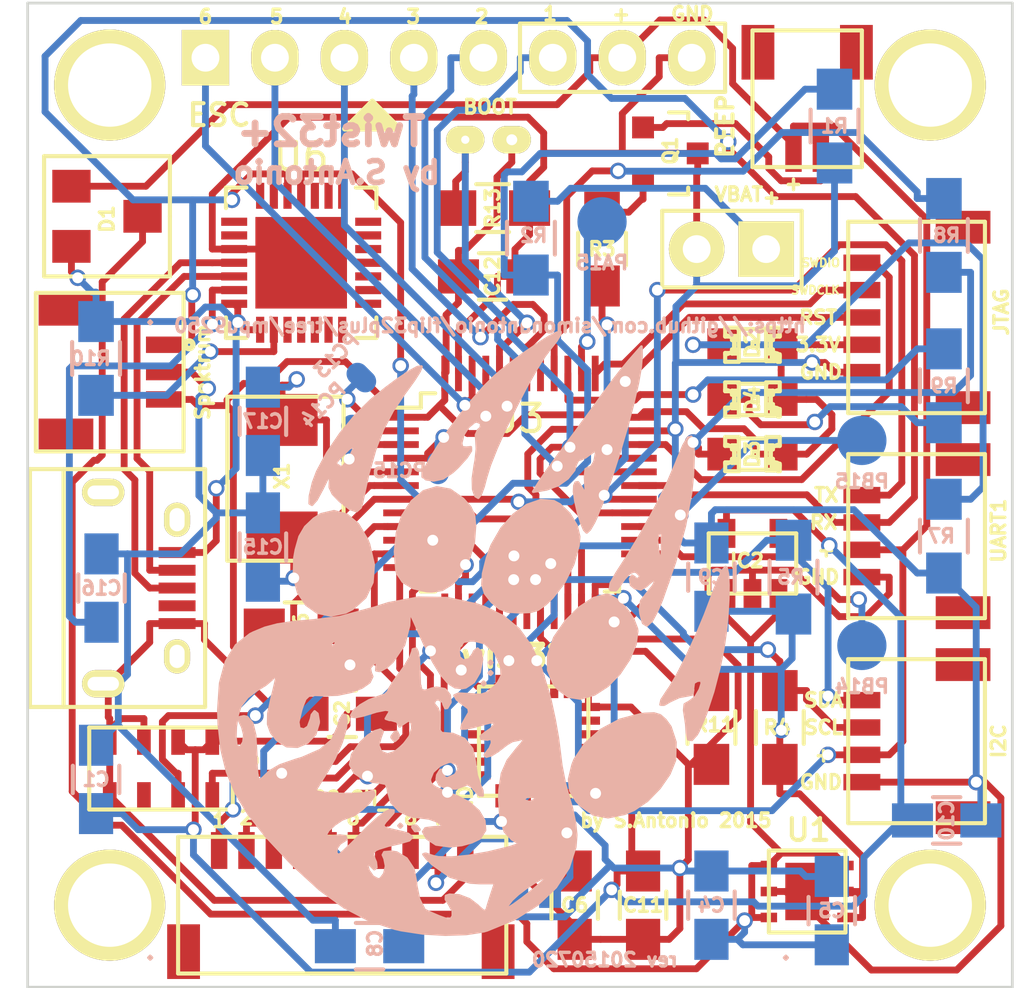
<source format=kicad_pcb>
(kicad_pcb (version 4) (host pcbnew "(after 2015-mar-04 BZR unknown)-product")
  (layers (0 F.Cu signal) (31 B.Cu signal) (34 B.Paste user) (35 F.Paste user) (36 B.SilkS user) (37 F.SilkS user) (38 B.Mask user) (39 F.Mask user) (44 Edge.Cuts user))
  (net 0 "")
  (net 1 /VCC_SEN)
  (net 2 GND)
  (net 3 /TO_REGS)
  (net 4 N-0000031)
  (net 5 VCC)
  (net 6 /OSC_OUT)
  (net 7 N-0000036)
  (net 8 /OSC_IN)
  (net 9 /VBUS)
  (net 10 N-0000017)
  (net 11 N-0000018)
  (net 12 N-0000019)
  (net 13 /VCC_IN)
  (net 14 N-0000076)
  (net 15 N-0000072)
  (net 16 N-0000075)
  (net 17 N-0000080)
  (net 18 N-0000024)
  (net 19 N-0000033)
  (net 20 N-0000092)
  (net 21 /PWM1)
  (net 22 /PWM2)
  (net 23 /PWM3)
  (net 24 /PWM4)
  (net 25 /PWM5)
  (net 26 /PWM6)
  (net 27 N-0000091)
  (net 28 /RC_CH1)
  (net 29 /RC_CH2)
  (net 30 /RC_CH3)
  (net 31 /RC_CH4)
  (net 32 /RC_CH5)
  (net 33 /RC_CH6)
  (net 34 /RC_CH7)
  (net 35 /RC_CH8)
  (net 36 /TX0)
  (net 37 /RX0)
  (net 38 /SDA)
  (net 39 /SCL)
  (net 40 /UU1)
  (net 41 /UU2)
  (net 42 /UU3)
  (net 43 /UU4)
  (net 44 /UU5)
  (net 45 /UU7)
  (net 46 /UU8)
  (net 47 /SWDIO)
  (net 48 /SWDCLK)
  (net 49 /NRST)
  (net 50 /BOOT0)
  (net 51 N-0000090)
  (net 52 /POWER_ADC)
  (net 53 /LED0)
  (net 54 /LED1)
  (net 55 N-0000016)
  (net 56 /BOOT1)
  (net 57 N-0000025)
  (net 58 N-0000020)
  (net 59 N-0000028)
  (net 60 N-0000029)
  (net 61 N-0000030)
  (net 62 /MPU_INT)
  (net 63 N-0000050)
  (net 64 N-0000068)
  (net 65 N-0000069)
  (net 66 N-0000070)
  (net 67 N-0000051)
  (net 68 N-0000034)
  (net 69 /ACC_INT2)
  (net 70 /MAG_RDY)
  (net 71 N-0000055)
  (net 72 N-0000053)
  (net 73 N-0000043)
  (net 74 N-0000042)
  (net 75 N-000002)
  (net 76 N-0000041)
  (net 77 N-0000035)
  (net 78 N-000003)
  (net 79 N-000004)
  (net 80 N-000005)
  (net 81 N-000006)
  (net 82 N-000007)
  (net 83 N-000008)
  (net 84 N-000009)
  (net 85 N-0000010)
  (net 86 N-000001)
  (net 87 N-0000011)
  (net 88 N-0000040)
  (net 89 N-0000039)
  (net 90 N-0000014)
  (net 91 N-0000015)
  (module Connect:1pin (layer B.Cu) (at 140.2 141.7 45)
    (fp_text reference PC13 (at -0.070711 -1.202082 45) (layer B.SilkS) (effects (font (size 0.5 0.5) (thickness 0.125)) (justify mirror)))
    (fp_text value UU5 hide)
    (pad 1 smd oval (at 0 0 45) (size 0.8 1.2) (layers B.Cu B.Paste B.Mask) (net 42 /UU3))
  )
  (module Connect:1pin (layer B.Cu) (at 140 143.6 45)
    (fp_text reference PC14 (at -0.212132 -1.484924 45) (layer B.SilkS) (effects (font (size 0.5 0.5) (thickness 0.125)) (justify mirror)))
    (fp_text value UU5 hide)
    (pad 1 smd oval (at 0 0 45) (size 0.8 1.2) (layers B.Cu B.Paste B.Mask) (net 43 /UU4))
  )
  (module Connect:1pin (layer B.Cu) (at 143 145)
    (fp_text reference PC15 (at -1.4 0.1) (layer B.SilkS) (effects (font (size 0.5 0.5) (thickness 0.125)) (justify mirror)))
    (fp_text value UU5 hide)
    (pad 1 smd oval (at 0 0) (size 0.8 1.2) (layers B.Cu B.Paste B.Mask) (net 44 /UU5))
  )
  (module Pin_Headers:Pin_Header_Straight_1x08 (layer F.Cu) (at 134.5 130 90)
    (fp_text reference ESC (at -2.1 0.5 180) (layer F.SilkS) (effects (font (size 0.8 0.8))))
    (fp_text value "ESC OUT")
    (pad 1 thru_hole rect (at 0 0 90) (size 2.032 1.7272) (drill 1.016) (layers *.Cu *.Mask F.SilkS) (net 26 /PWM6))
    (pad 2 thru_hole oval (at 0 2.54 90) (size 2.032 1.7272) (drill 1.016) (layers *.Cu *.Mask F.SilkS) (net 25 /PWM5))
    (pad 3 thru_hole oval (at 0 5.08 90) (size 2.032 1.7272) (drill 1.016) (layers *.Cu *.Mask F.SilkS) (net 24 /PWM4))
    (pad 4 thru_hole oval (at 0 7.62 90) (size 2.032 1.7272) (drill 1.016) (layers *.Cu *.Mask F.SilkS) (net 23 /PWM3))
    (pad 5 thru_hole oval (at 0 10.16 90) (size 2.032 1.7272) (drill 1.016) (layers *.Cu *.Mask F.SilkS) (net 22 /PWM2))
    (pad 6 thru_hole oval (at 0 12.7 90) (size 2.032 1.7272) (drill 1.016) (layers *.Cu *.Mask F.SilkS) (net 21 /PWM1))
    (pad 7 thru_hole oval (at 0 15.24 90) (size 2.032 1.7272) (drill 1.016) (layers *.Cu *.Mask F.SilkS) (net 13 /VCC_IN))
    (pad 8 thru_hole oval (at 0 17.78 90) (size 2.032 1.7272) (drill 1.016) (layers *.Cu *.Mask F.SilkS) (net 2 GND))
  )
  (module Pin_Headers:Pin_Header_Straight_1x02 (layer F.Cu) (at 156 133.5 90)
    (fp_text reference BEEP (at 1 -2.5 270) (layer F.SilkS) (effects (font (size 0.6 0.6))))
    (fp_text value BEEPER hide)
    (pad 1 smd rect (at 0 0 90) (size 1.35 0.6) (layers F.Cu F.Paste F.Mask) (net 13 /VCC_IN))
    (pad 2 smd rect (at 0 1 90) (size 1.35 0.6) (layers F.Cu F.Paste F.Mask) (net 27 N-0000091))
    (pad "" smd rect (at 3.7 -1.3 90) (size 2 1.2) (layers F.Cu F.Paste F.Mask))
    (pad "" smd rect (at 3.7 2.3 90) (size 2 1.2) (layers F.Cu F.Paste F.Mask))
  )
  (module Pin_Headers:Pin_Header_Straight_1x04 (layer F.Cu) (at 158.5 153.5)
    (fp_text reference I2C (at 5 1.5 90) (layer F.SilkS) (effects (font (size 0.5 0.5) (thickness 0.125))))
    (fp_text value I2C)
    (pad 1 smd rect (at 0 0) (size 1.35 0.6) (layers F.Cu F.Paste F.Mask) (net 38 /SDA))
    (pad 2 smd rect (at 0 1) (size 1.35 0.6) (layers F.Cu F.Paste F.Mask) (net 39 /SCL))
    (pad 3 smd rect (at 0 2) (size 1.35 0.6) (layers F.Cu F.Paste F.Mask) (net 13 /VCC_IN))
    (pad 4 smd rect (at 0 3) (size 1.35 0.6) (layers F.Cu F.Paste F.Mask) (net 2 GND))
    (pad "" smd rect (at 3.7 -1.3) (size 2 1.2) (layers F.Cu F.Paste F.Mask))
    (pad "" smd rect (at 3.7 4.3) (size 2 1.2) (layers F.Cu F.Paste F.Mask))
  )
  (module Pin_Headers:Pin_Header_Straight_1x04 (layer F.Cu) (at 158.5 146)
    (fp_text reference UART1 (at 5 1.3 90) (layer F.SilkS) (effects (font (size 0.5 0.5) (thickness 0.125))))
    (fp_text value "UART 1")
    (pad 1 smd rect (at 0 0) (size 1.35 0.6) (layers F.Cu F.Paste F.Mask) (net 36 /TX0))
    (pad 2 smd rect (at 0 1) (size 1.35 0.6) (layers F.Cu F.Paste F.Mask) (net 37 /RX0))
    (pad 3 smd rect (at 0 2) (size 1.35 0.6) (layers F.Cu F.Paste F.Mask) (net 13 /VCC_IN))
    (pad 4 smd rect (at 0 3) (size 1.35 0.6) (layers F.Cu F.Paste F.Mask) (net 2 GND))
    (pad "" smd rect (at 3.7 -1.3) (size 2 1.2) (layers F.Cu F.Paste F.Mask))
    (pad "" smd rect (at 3.7 4.3) (size 2 1.2) (layers F.Cu F.Paste F.Mask))
  )
  (module Pin_Headers:Pin_Header_Straight_1x05 (layer F.Cu) (at 158.5 137.5)
    (fp_text reference JTAG (at 5.1 1.8 90) (layer F.SilkS) (effects (font (size 0.5 0.5) (thickness 0.125))))
    (fp_text value JTAG)
    (pad 1 smd rect (at 0 0) (size 1.35 0.6) (layers F.Cu F.Paste F.Mask) (net 47 /SWDIO))
    (pad 2 smd rect (at 0 1) (size 1.35 0.6) (layers F.Cu F.Paste F.Mask) (net 48 /SWDCLK))
    (pad 3 smd rect (at 0 2) (size 1.35 0.6) (layers F.Cu F.Paste F.Mask) (net 49 /NRST))
    (pad 4 smd rect (at 0 3) (size 1.35 0.6) (layers F.Cu F.Paste F.Mask) (net 5 VCC))
    (pad 5 smd rect (at 0 4) (size 1.35 0.6) (layers F.Cu F.Paste F.Mask) (net 2 GND))
    (pad "" smd rect (at 3.7 -1.3) (size 2 1.2) (layers F.Cu F.Paste F.Mask))
    (pad "" smd rect (at 3.7 5.3) (size 2 1.2) (layers F.Cu F.Paste F.Mask))
  )
  (module Pin_Headers:Pin_Header_Straight_1x03 (layer F.Cu) (at 133 141.5)
    (fp_text reference Spektrum (at 1.4 0 90) (layer F.SilkS) (effects (font (size 0.5 0.5) (thickness 0.125))))
    (fp_text value "Spektrum Satellite Receiver")
    (pad 1 smd rect (at 0 -1) (size 1.35 0.6) (layers F.Cu F.Paste F.Mask) (net 37 /RX0))
    (pad 2 smd rect (at 0 0) (size 1.35 0.6) (layers F.Cu F.Paste F.Mask) (net 2 GND))
    (pad 3 smd rect (at 0 1) (size 1.35 0.6) (layers F.Cu F.Paste F.Mask) (net 5 VCC))
    (pad 5 smd rect (at -3.6 -2.3) (size 2 1.2) (layers F.Cu F.Paste F.Mask))
    (pad 4 smd rect (at -3.6 2.3) (size 2 1.2) (layers F.Cu F.Paste F.Mask))
  )
  (module Pin_Headers:Pin_Header_Straight_1x10 (layer F.Cu) (at 135 159)
    (fp_text reference RC_CH (at 4.6 -1.9 180) (layer F.SilkS) (effects (font (size 0.5 0.5) (thickness 0.125))))
    (fp_text value "RECV CHANNELS")
    (pad 1 smd rect (at 0 0) (size 0.6 1.35) (layers F.Cu F.Paste F.Mask) (net 28 /RC_CH1))
    (pad 2 smd rect (at 1 0) (size 0.6 1.35) (layers F.Cu F.Paste F.Mask) (net 29 /RC_CH2))
    (pad 3 smd rect (at 2 0) (size 0.6 1.35) (layers F.Cu F.Paste F.Mask) (net 30 /RC_CH3))
    (pad 4 smd rect (at 3 0) (size 0.6 1.35) (layers F.Cu F.Paste F.Mask) (net 31 /RC_CH4))
    (pad 5 smd rect (at 4 0) (size 0.6 1.35) (layers F.Cu F.Paste F.Mask) (net 32 /RC_CH5))
    (pad 6 smd rect (at 5 0) (size 0.6 1.35) (layers F.Cu F.Paste F.Mask) (net 33 /RC_CH6))
    (pad 7 smd rect (at 6 0) (size 0.6 1.35) (layers F.Cu F.Paste F.Mask) (net 34 /RC_CH7))
    (pad 8 smd rect (at 7 0) (size 0.6 1.35) (layers F.Cu F.Paste F.Mask) (net 35 /RC_CH8))
    (pad 9 smd rect (at 8 0) (size 0.6 1.35) (layers F.Cu F.Paste F.Mask) (net 13 /VCC_IN))
    (pad 10 smd rect (at 9 0) (size 0.6 1.35) (layers F.Cu F.Paste F.Mask) (net 2 GND))
    (pad "" smd rect (at 10.2 3.7) (size 1.2 2) (layers F.Cu F.Paste F.Mask))
    (pad "" smd rect (at -1.3 3.7) (size 1.2 2) (layers F.Cu F.Paste F.Mask))
  )
  (module Housings_DFN_QFN:QFN-28-1EP_5x5mm_Pitch0.5mm (layer F.Cu) (at 138 137.5)
    (fp_text reference U6 (at 0 -3.875) (layer F.SilkS))
    (fp_text value CP2102)
    (pad 1 smd rect (at -2.45 -1.5) (size 0.95 0.299) (layers F.Cu F.Paste F.Mask) (net 73 N-0000043))
    (pad 2 smd rect (at -2.45 -1) (size 0.95 0.299) (layers F.Cu F.Paste F.Mask) (net 74 N-0000042))
    (pad 3 smd rect (at -2.45 -0.5) (size 0.95 0.299) (layers F.Cu F.Paste F.Mask) (net 2 GND))
    (pad 4 smd rect (at -2.45 0) (size 0.95 0.299) (layers F.Cu F.Paste F.Mask) (net 11 N-0000018))
    (pad 5 smd rect (at -2.45 0.5) (size 0.95 0.299) (layers F.Cu F.Paste F.Mask) (net 10 N-0000017))
    (pad 6 smd rect (at -2.45 1) (size 0.95 0.299) (layers F.Cu F.Paste F.Mask) (net 7 N-0000036))
    (pad 7 smd rect (at -2.45 1.5) (size 0.95 0.299) (layers F.Cu F.Paste F.Mask) (net 9 /VBUS))
    (pad 8 smd rect (at -1.5 2.45 90) (size 0.95 0.299) (layers F.Cu F.Paste F.Mask) (net 9 /VBUS))
    (pad 9 smd rect (at -1 2.45 90) (size 0.95 0.299) (layers F.Cu F.Paste F.Mask) (net 55 N-0000016))
    (pad 10 smd rect (at -0.5 2.45 90) (size 0.95 0.299) (layers F.Cu F.Paste F.Mask) (net 75 N-000002))
    (pad 11 smd rect (at 0 2.45 90) (size 0.95 0.299) (layers F.Cu F.Paste F.Mask) (net 76 N-0000041))
    (pad 12 smd rect (at 0.5 2.45 90) (size 0.95 0.299) (layers F.Cu F.Paste F.Mask) (net 77 N-0000035))
    (pad 13 smd rect (at 1 2.45 90) (size 0.95 0.299) (layers F.Cu F.Paste F.Mask) (net 78 N-000003))
    (pad 14 smd rect (at 1.5 2.45 90) (size 0.95 0.299) (layers F.Cu F.Paste F.Mask) (net 79 N-000004))
    (pad 15 smd rect (at 2.45 1.5) (size 0.95 0.299) (layers F.Cu F.Paste F.Mask) (net 80 N-000005))
    (pad 16 smd rect (at 2.45 1) (size 0.95 0.299) (layers F.Cu F.Paste F.Mask) (net 81 N-000006))
    (pad 17 smd rect (at 2.45 0.5) (size 0.95 0.299) (layers F.Cu F.Paste F.Mask) (net 82 N-000007))
    (pad 18 smd rect (at 2.45 0) (size 0.95 0.299) (layers F.Cu F.Paste F.Mask) (net 83 N-000008))
    (pad 19 smd rect (at 2.45 -0.5) (size 0.95 0.299) (layers F.Cu F.Paste F.Mask) (net 84 N-000009))
    (pad 20 smd rect (at 2.45 -1) (size 0.95 0.299) (layers F.Cu F.Paste F.Mask) (net 85 N-0000010))
    (pad 21 smd rect (at 2.45 -1.5) (size 0.95 0.299) (layers F.Cu F.Paste F.Mask) (net 86 N-000001))
    (pad 22 smd rect (at 1.5 -2.45 90) (size 0.95 0.299) (layers F.Cu F.Paste F.Mask) (net 87 N-0000011))
    (pad 23 smd rect (at 1 -2.45 90) (size 0.95 0.299) (layers F.Cu F.Paste F.Mask) (net 88 N-0000040))
    (pad 24 smd rect (at 0.5 -2.45 90) (size 0.95 0.299) (layers F.Cu F.Paste F.Mask) (net 89 N-0000039))
    (pad 25 smd rect (at 0 -2.45 90) (size 0.95 0.299) (layers F.Cu F.Paste F.Mask) (net 36 /TX0))
    (pad 26 smd rect (at -0.5 -2.45 90) (size 0.95 0.299) (layers F.Cu F.Paste F.Mask) (net 37 /RX0))
    (pad 27 smd rect (at -1 -2.45 90) (size 0.95 0.299) (layers F.Cu F.Paste F.Mask) (net 90 N-0000014))
    (pad 28 smd rect (at -1.5 -2.45 90) (size 0.95 0.299) (layers F.Cu F.Paste F.Mask) (net 91 N-0000015))
    (pad 29 smd rect (at 0 0) (size 3.35 3.35) (layers F.Cu F.Paste F.Mask) (net 2 GND))
  )
  (module Housings_DFN_QFN:QFN-24-1EP_3x3mm_Pitch0.4mm (layer F.Cu) (at 146.5 155)
    (fp_text reference U2 (at 0 -0.9) (layer F.SilkS) (effects (font (size 0.5 0.5) (thickness 0.125))))
    (fp_text value MPU-9250)
    (pad 1 smd rect (at -2 -1.25) (size 0.85 0.299) (layers F.Cu F.Paste F.Mask))
    (pad 2 smd rect (at -2 -0.75) (size 0.85 0.299) (layers F.Cu F.Paste F.Mask) (net 57 N-0000025))
    (pad 3 smd rect (at -2 -0.25) (size 0.85 0.299) (layers F.Cu F.Paste F.Mask))
    (pad 4 smd rect (at -2 0.25) (size 0.85 0.299) (layers F.Cu F.Paste F.Mask) (net 58 N-0000020))
    (pad 5 smd rect (at -2 0.75) (size 0.85 0.299) (layers F.Cu F.Paste F.Mask) (net 59 N-0000028))
    (pad 6 smd rect (at -2 1.25) (size 0.85 0.299) (layers F.Cu F.Paste F.Mask) (net 60 N-0000029))
    (pad 7 smd rect (at -1.25 2 90) (size 0.85 0.299) (layers F.Cu F.Paste F.Mask) (net 61 N-0000030))
    (pad 8 smd rect (at -0.75 2 90) (size 0.85 0.299) (layers F.Cu F.Paste F.Mask) (net 5 VCC))
    (pad 9 smd rect (at -0.25 2 90) (size 0.85 0.299) (layers F.Cu F.Paste F.Mask) (net 2 GND))
    (pad 10 smd rect (at 0.25 2 90) (size 0.85 0.299) (layers F.Cu F.Paste F.Mask) (net 4 N-0000031))
    (pad 11 smd rect (at 0.75 2 90) (size 0.85 0.299) (layers F.Cu F.Paste F.Mask) (net 19 N-0000033))
    (pad 12 smd rect (at 1.25 2 90) (size 0.85 0.299) (layers F.Cu F.Paste F.Mask) (net 62 /MPU_INT))
    (pad 13 smd rect (at 2 1.25) (size 0.85 0.299) (layers F.Cu F.Paste F.Mask) (net 1 /VCC_SEN))
    (pad 14 smd rect (at 2 0.75) (size 0.85 0.299) (layers F.Cu F.Paste F.Mask) (net 63 N-0000050))
    (pad 15 smd rect (at 2 0.25) (size 0.85 0.299) (layers F.Cu F.Paste F.Mask) (net 64 N-0000068))
    (pad 16 smd rect (at 2 -0.25) (size 0.85 0.299) (layers F.Cu F.Paste F.Mask) (net 65 N-0000069))
    (pad 17 smd rect (at 2 -0.75) (size 0.85 0.299) (layers F.Cu F.Paste F.Mask) (net 66 N-0000070))
    (pad 18 smd rect (at 2 -1.25) (size 0.85 0.299) (layers F.Cu F.Paste F.Mask) (net 2 GND))
    (pad 19 smd rect (at 1.25 -2 90) (size 0.85 0.299) (layers F.Cu F.Paste F.Mask) (net 67 N-0000051))
    (pad 20 smd rect (at 0.75 -2 90) (size 0.85 0.299) (layers F.Cu F.Paste F.Mask) (net 2 GND))
    (pad 21 smd rect (at 0.25 -2 90) (size 0.85 0.299) (layers F.Cu F.Paste F.Mask) (net 68 N-0000034))
    (pad 22 smd rect (at -0.25 -2 90) (size 0.85 0.299) (layers F.Cu F.Paste F.Mask) (net 5 VCC))
    (pad 23 smd rect (at -0.75 -2 90) (size 0.85 0.299) (layers F.Cu F.Paste F.Mask) (net 39 /SCL))
    (pad 24 smd rect (at -1.25 -2 90) (size 0.85 0.299) (layers F.Cu F.Paste F.Mask) (net 38 /SDA))
  )
  (module Connect:1pin (layer F.Cu) (at 131 161)
    (fp_text reference MNT4 hide)
    (fp_text value 1pin hide)
    (pad 1 thru_hole circle (at 0 0) (size 4.064 4.064) (drill 3.048) (layers *.Cu *.Mask F.SilkS))
  )
  (module Socket_Strips:Socket_Strip_Straight_1x02 (layer F.Cu) (at 155 137 180)
    (fp_text reference VBAT (at 1 2 360) (layer F.SilkS) (effects (font (size 0.5 0.5) (thickness 0.125))))
    (fp_text value VBAT hide)
    (pad 1 thru_hole rect (at 0 0 180) (size 2.032 2.032) (drill 1.016) (layers *.Cu *.Mask F.SilkS) (net 20 N-0000092))
    (pad 2 thru_hole oval (at 2.54 0 180) (size 2.032 2.032) (drill 1.016) (layers *.Cu *.Mask F.SilkS) (net 2 GND))
  )
  (module Pin_Headers:Pin_Header_Straight_1x02 (layer F.Cu) (at 144 133 90)
    (fp_text reference BOOT (at 1.2 0.9 180) (layer F.SilkS) (effects (font (size 0.5 0.5) (thickness 0.125))))
    (fp_text value BOOT hide)
    (pad 1 thru_hole oval (at 0 0 90) (size 1 1.4) (drill 0.3) (layers *.Cu *.Mask F.SilkS) (net 50 /BOOT0))
    (pad 2 thru_hole oval (at 0 1.7 90) (size 1 1.4) (drill 0.4) (layers *.Cu *.Mask F.SilkS) (net 5 VCC))
  )
  (module Oddities:NetTie-I_Connected (layer B.Cu) (at 146.5 160.7 180)
    (fp_text reference FSYNC-MPU hide)
    (fp_text value MPU-JMP)
    (fp_line (start 0.4 0) (end -0.3 0) (layer B.Cu) (width 0.15))
    (fp_line (start 0.4 0.1) (end -0.3 0.1) (layer B.Cu) (width 0.15))
    (fp_line (start 0.4 0.1) (end -0.3 0.1) (layer B.Cu) (width 0.15))
    (fp_line (start 0.4 0) (end -0.3 0) (layer B.Cu) (width 0.15))
    (fp_line (start 0.4 -0.1) (end -0.3 -0.1) (layer B.Cu) (width 0.15))
    (pad 1 smd rect (at -0.6 0 180) (size 0.8 0.8) (layers B.Cu B.Paste B.Mask) (net 19 N-0000033))
    (pad 2 smd rect (at 0.6 0 180) (size 0.8 0.8) (layers B.Cu B.Paste B.Mask) (net 2 GND))
  )
  (module Oddities:NetTie-I_Connected (layer B.Cu) (at 146.5 159.4)
    (fp_text reference JP1 hide)
    (fp_text value MPU-JMP)
    (fp_line (start -0.4 0) (end 0.4 0) (layer B.Cu) (width 0.15))
    (fp_line (start -0.4 -0.1) (end 0.4 -0.1) (layer B.Cu) (width 0.15))
    (fp_line (start -0.4 0) (end 0.4 0) (layer B.Cu) (width 0.15))
    (pad 1 smd rect (at -0.6 0) (size 0.8 0.8) (layers B.Cu B.Paste B.Mask) (net 18 N-0000024))
    (pad 2 smd rect (at 0.6 0) (size 0.8 0.8) (layers B.Cu B.Paste B.Mask) (net 2 GND))
  )
  (module Connect:1pin (layer F.Cu) (at 161 161)
    (fp_text reference MNT3 hide)
    (fp_text value 1pin hide)
    (pad 1 thru_hole circle (at 0 0) (size 4.064 4.064) (drill 3.048) (layers *.Cu *.Mask F.SilkS))
  )
  (module Connect:1pin (layer F.Cu) (at 131 131)
    (fp_text reference MNT1 hide)
    (fp_text value 1pin hide)
    (pad 1 thru_hole circle (at 0 0) (size 4.064 4.064) (drill 3.048) (layers *.Cu *.Mask F.SilkS))
  )
  (module Connect:1pin (layer F.Cu) (at 161 131)
    (fp_text reference MNT2 hide)
    (fp_text value 1pin hide)
    (pad 1 thru_hole circle (at 0 0) (size 4.064 4.064) (drill 3.048) (layers *.Cu *.Mask F.SilkS))
  )
  (module Connect:1pin (layer B.Cu) (at 158.5 144)
    (fp_text reference PB15 (at 0 1.5) (layer B.SilkS) (effects (font (size 0.5 0.5) (thickness 0.125)) (justify mirror)))
    (fp_text value TP)
    (pad 1 smd circle (at 0 0) (size 1.8 1.8) (layers B.Cu B.Paste B.Mask) (net 46 /UU8))
  )
  (module Connect:1pin (layer B.Cu) (at 158.5 151.5)
    (fp_text reference PB14 (at 0 1.5) (layer B.SilkS) (effects (font (size 0.5 0.5) (thickness 0.125)) (justify mirror)))
    (fp_text value TP)
    (pad 1 smd circle (at 0 0) (size 1.8 1.8) (layers B.Cu B.Paste B.Mask) (net 45 /UU7))
  )
  (module Connect:1pin (layer B.Cu) (at 149 136)
    (fp_text reference PA15 (at 0 1.5) (layer B.SilkS) (effects (font (size 0.5 0.5) (thickness 0.125)) (justify mirror)))
    (fp_text value TP)
    (pad 1 smd circle (at 0 0) (size 1.8 1.8) (layers B.Cu B.Paste B.Mask) (net 41 /UU2))
  )
  (module Housings_SOIC:SOIC-8_3.9x4.9mm_Pitch1.27mm (layer F.Cu) (at 133.5 156 270)
    (fp_text reference U5 (at 0 -2.6 270) (layer F.SilkS) (effects (font (size 0.6 0.6))))
    (fp_text value MS5611-01BA)
    (pad 1 smd rect (at -1 -1.25 270) (size 1 0.5) (layers F.Cu F.Paste F.Mask) (net 1 /VCC_SEN))
    (pad 2 smd rect (at -1 0 270) (size 1 0.5) (layers F.Cu F.Paste F.Mask) (net 1 /VCC_SEN))
    (pad 3 smd rect (at -1 1.25 270) (size 1 0.5) (layers F.Cu F.Paste F.Mask) (net 2 GND))
    (pad 4 smd rect (at -1 2.5 270) (size 1 0.5) (layers F.Cu F.Paste F.Mask) (net 2 GND))
    (pad 5 smd rect (at 1 2.5 270) (size 1 0.5) (layers F.Cu F.Paste F.Mask) (net 2 GND))
    (pad 6 smd rect (at 1 1.25 270) (size 1 0.5) (layers F.Cu F.Paste F.Mask) (net 72 N-0000053))
    (pad 7 smd rect (at 1 0 270) (size 1 0.5) (layers F.Cu F.Paste F.Mask) (net 38 /SDA))
    (pad 8 smd rect (at 1 -1.25 270) (size 1 0.5) (layers F.Cu F.Paste F.Mask) (net 39 /SCL))
  )
  (module Transistors_SMD:sc70-5 (layer F.Cu) (at 156.5 160.5 270)
    (fp_text reference U1 (at -2.25 -0.05 360) (layer F.SilkS) (effects (font (size 0.8 0.8))))
    (fp_text value LP38691)
    (pad 1 smd rect (at -0.95 1.4 270) (size 0.35 0.6) (layers F.Cu F.Paste F.Mask) (net 3 /TO_REGS))
    (pad 3 smd rect (at 0.95 1.4 270) (size 0.35 0.6) (layers F.Cu F.Paste F.Mask) (net 3 /TO_REGS))
    (pad 2 smd rect (at 0 1.4 270) (size 0.35 0.6) (layers F.Cu F.Paste F.Mask) (net 2 GND))
    (pad 4 smd rect (at 0.95 -1.4 270) (size 0.35 0.6) (layers F.Cu F.Paste F.Mask) (net 5 VCC))
    (pad 5 smd rect (at 0 -1.4 270) (size 0.35 0.6) (layers F.Cu F.Paste F.Mask) (net 5 VCC))
    (pad 6 smd rect (at -0.95 -1.4 270) (size 0.35 0.6) (layers F.Cu F.Paste F.Mask) (net 3 /TO_REGS))
    (pad 7 smd rect (at 0 0 270) (size 2.1 1.6) (layers F.Cu F.Paste F.Mask) (net 2 GND))
  )
  (module Housings_SOT-23_SOT-143_TSOT-6:SOT-23-5 (layer F.Cu) (at 154.5 148.5 90)
    (fp_text reference IC2 (at 0.1 -0.2 180) (layer F.SilkS) (effects (font (size 0.5 0.5) (thickness 0.125))))
    (fp_text value MIC5205)
    (pad 1 smd rect (at -1.1 -0.95 90) (size 1.06 0.65) (layers F.Cu F.Paste F.Mask) (net 3 /TO_REGS))
    (pad 2 smd rect (at -1.1 0 90) (size 1.06 0.65) (layers F.Cu F.Paste F.Mask) (net 2 GND))
    (pad 3 smd rect (at -1.1 0.95 90) (size 1.06 0.65) (layers F.Cu F.Paste F.Mask) (net 3 /TO_REGS))
    (pad 4 smd rect (at 1.1 0.95 90) (size 1.06 0.65) (layers F.Cu F.Paste F.Mask) (net 17 N-0000080))
    (pad 5 smd rect (at 1.1 -0.95 90) (size 1.06 0.65) (layers F.Cu F.Paste F.Mask) (net 1 /VCC_SEN))
  )
  (module Connect:GS3 (layer F.Cu) (at 130.9 135.8)
    (fp_text reference D1 (at 0 0.1 90) (layer F.SilkS) (effects (font (size 0.5 0.5) (thickness 0.125))))
    (fp_text value BAV23C)
    (pad 1 smd rect (at -1.3 -1.1) (size 1.4 1.2) (layers F.Cu F.Paste F.Mask) (net 13 /VCC_IN))
    (pad 2 smd rect (at -1.3 1.1) (size 1.4 1.2) (layers F.Cu F.Paste F.Mask) (net 9 /VBUS))
    (pad 3 smd rect (at 1.3 0) (size 1.4 1.2) (layers F.Cu F.Paste F.Mask) (net 3 /TO_REGS))
  )
  (module Crystals_Oscillators_SMD:Q_49U3HMS (layer F.Cu) (at 137.3 145.4 90)
    (fp_text reference X1 (at 0.1 0 90) (layer F.SilkS) (effects (font (size 0.5 0.5) (thickness 0.125))))
    (fp_text value 8MHZ)
    (pad 1 smd rect (at -2.15 0 90) (size 1.9 2.6) (layers F.Cu F.Paste F.Mask) (net 6 /OSC_OUT))
    (pad 2 smd rect (at 2.15 0 90) (size 1.9 2.6) (layers F.Cu F.Paste F.Mask) (net 8 /OSC_IN))
  )
  (module Capacitors_SMD:C_0805_HandSoldering (layer B.Cu) (at 130.5 156.4 90)
    (fp_text reference C1 (at 0 0 180) (layer B.SilkS) (effects (font (size 0.5 0.5) (thickness 0.125)) (justify mirror)))
    (fp_text value 0.1uF hide)
    (pad 1 smd rect (at -1.25 0 90) (size 1.5 1.25) (layers B.Cu B.Paste B.Mask) (net 1 /VCC_SEN))
    (pad 2 smd rect (at 1.25 0 90) (size 1.5 1.25) (layers B.Cu B.Paste B.Mask) (net 2 GND))
  )
  (module Capacitors_SMD:C_0805_HandSoldering (layer F.Cu) (at 139.5 154 180)
    (fp_text reference C2 (at 0 0 450) (layer F.SilkS) (effects (font (size 0.5 0.5) (thickness 0.125))))
    (fp_text value 0.1uF)
    (pad 1 smd rect (at -1.25 0 180) (size 1.5 1.25) (layers F.Cu F.Paste F.Mask) (net 1 /VCC_SEN))
    (pad 2 smd rect (at 1.25 0 180) (size 1.5 1.25) (layers F.Cu F.Paste F.Mask) (net 2 GND))
  )
  (module Capacitors_SMD:C_0805_HandSoldering (layer B.Cu) (at 153 161 90)
    (fp_text reference C4 (at 0 0 180) (layer B.SilkS) (effects (font (size 0.5 0.5) (thickness 0.125)) (justify mirror)))
    (fp_text value 0.1uF)
    (pad 1 smd rect (at -1.25 0 90) (size 1.5 1.25) (layers B.Cu B.Paste B.Mask) (net 3 /TO_REGS))
    (pad 2 smd rect (at 1.25 0 90) (size 1.5 1.25) (layers B.Cu B.Paste B.Mask) (net 2 GND))
  )
  (module Capacitors_SMD:C_0805_HandSoldering (layer B.Cu) (at 157.4 161.2 90)
    (fp_text reference C5 (at 0 0 180) (layer B.SilkS) (effects (font (size 0.5 0.5) (thickness 0.125)) (justify mirror)))
    (fp_text value 0.1uF hide)
    (pad 1 smd rect (at -1.25 0 90) (size 1.5 1.25) (layers B.Cu B.Paste B.Mask) (net 3 /TO_REGS))
    (pad 2 smd rect (at 1.25 0 90) (size 1.5 1.25) (layers B.Cu B.Paste B.Mask) (net 2 GND))
  )
  (module Capacitors_SMD:C_0805_HandSoldering (layer F.Cu) (at 148 161 270)
    (fp_text reference C6 (at 0 0 360) (layer F.SilkS) (effects (font (size 0.5 0.5) (thickness 0.125))))
    (fp_text value 0.1uF hide)
    (pad 1 smd rect (at -1.25 0 270) (size 1.5 1.25) (layers F.Cu F.Paste F.Mask) (net 4 N-0000031))
    (pad 2 smd rect (at 1.25 0 270) (size 1.5 1.25) (layers F.Cu F.Paste F.Mask) (net 2 GND))
  )
  (module Capacitors_SMD:C_0805_HandSoldering (layer B.Cu) (at 140.5 162.5 180)
    (fp_text reference C8 (at -0.2 0.1 450) (layer B.SilkS) (effects (font (size 0.5 0.5) (thickness 0.125)) (justify mirror)))
    (fp_text value 10uF hide)
    (pad 1 smd rect (at -1.25 0 180) (size 1.5 1.25) (layers B.Cu B.Paste B.Mask) (net 5 VCC))
    (pad 2 smd rect (at 1.25 0 180) (size 1.5 1.25) (layers B.Cu B.Paste B.Mask) (net 2 GND))
  )
  (module Capacitors_SMD:C_0805_HandSoldering (layer B.Cu) (at 153 149 90)
    (fp_text reference C9 (at 0 0 180) (layer B.SilkS) (effects (font (size 0.5 0.5) (thickness 0.125)) (justify mirror)))
    (fp_text value 0.1uF hide)
    (pad 1 smd rect (at -1.25 0 90) (size 1.5 1.25) (layers B.Cu B.Paste B.Mask) (net 5 VCC))
    (pad 2 smd rect (at 1.25 0 90) (size 1.5 1.25) (layers B.Cu B.Paste B.Mask) (net 2 GND))
  )
  (module Capacitors_SMD:C_0805_HandSoldering (layer B.Cu) (at 161.6 157.9)
    (fp_text reference C10 (at 0 0 270) (layer B.SilkS) (effects (font (size 0.5 0.5) (thickness 0.125)) (justify mirror)))
    (fp_text value C hide)
    (pad 1 smd rect (at -1.25 0) (size 1.5 1.25) (layers B.Cu B.Paste B.Mask) (net 1 /VCC_SEN))
    (pad 2 smd rect (at 1.25 0) (size 1.5 1.25) (layers B.Cu B.Paste B.Mask) (net 2 GND))
  )
  (module Capacitors_SMD:C_0805_HandSoldering (layer F.Cu) (at 150.5 161 270)
    (fp_text reference C11 (at 0 0 540) (layer F.SilkS) (effects (font (size 0.5 0.5) (thickness 0.125))))
    (fp_text value C hide)
    (pad 1 smd rect (at -1.25 0 270) (size 1.5 1.25) (layers F.Cu F.Paste F.Mask) (net 1 /VCC_SEN))
    (pad 2 smd rect (at 1.25 0 270) (size 1.5 1.25) (layers F.Cu F.Paste F.Mask) (net 2 GND))
  )
  (module Capacitors_SMD:C_0805_HandSoldering (layer F.Cu) (at 145 138)
    (fp_text reference C12 (at 0 0 270) (layer F.SilkS) (effects (font (size 0.5 0.5) (thickness 0.125))))
    (fp_text value 0.1uF hide)
    (pad 1 smd rect (at -1.25 0) (size 1.5 1.25) (layers F.Cu F.Paste F.Mask) (net 5 VCC))
    (pad 2 smd rect (at 1.25 0) (size 1.5 1.25) (layers F.Cu F.Paste F.Mask) (net 2 GND))
  )
  (module Capacitors_SMD:C_0805_HandSoldering (layer B.Cu) (at 136.6 147.9 90)
    (fp_text reference C15 (at 0 0 360) (layer B.SilkS) (effects (font (size 0.5 0.5) (thickness 0.125)) (justify mirror)))
    (fp_text value C)
    (pad 1 smd rect (at -1.25 0 90) (size 1.5 1.25) (layers B.Cu B.Paste B.Mask) (net 6 /OSC_OUT))
    (pad 2 smd rect (at 1.25 0 90) (size 1.5 1.25) (layers B.Cu B.Paste B.Mask) (net 2 GND))
  )
  (module Capacitors_SMD:C_0805_HandSoldering (layer B.Cu) (at 130.7 149.4 90)
    (fp_text reference C16 (at 0 0 180) (layer B.SilkS) (effects (font (size 0.5 0.5) (thickness 0.125)) (justify mirror)))
    (fp_text value 0.1uF hide)
    (pad 1 smd rect (at -1.25 0 90) (size 1.5 1.25) (layers B.Cu B.Paste B.Mask) (net 7 N-0000036))
    (pad 2 smd rect (at 1.25 0 90) (size 1.5 1.25) (layers B.Cu B.Paste B.Mask) (net 2 GND))
  )
  (module Capacitors_SMD:C_0805_HandSoldering (layer B.Cu) (at 136.6 143.3 270)
    (fp_text reference C17 (at 0 0 540) (layer B.SilkS) (effects (font (size 0.5 0.5) (thickness 0.125)) (justify mirror)))
    (fp_text value C)
    (pad 1 smd rect (at -1.25 0 270) (size 1.5 1.25) (layers B.Cu B.Paste B.Mask) (net 8 /OSC_IN))
    (pad 2 smd rect (at 1.25 0 270) (size 1.5 1.25) (layers B.Cu B.Paste B.Mask) (net 2 GND))
  )
  (module Connect:USB_Micro-B (layer F.Cu) (at 131.9 149.4 270)
    (fp_text reference CON1 hide)
    (fp_text value USB)
    (pad 1 smd rect (at -1.3009 -1.56254) (size 1.35 0.4) (layers F.Cu F.Paste F.Mask) (net 9 /VBUS))
    (pad 2 smd rect (at -0.6509 -1.56254) (size 1.35 0.4) (layers F.Cu F.Paste F.Mask) (net 10 N-0000017))
    (pad 3 smd rect (at -0.0009 -1.56254) (size 1.35 0.4) (layers F.Cu F.Paste F.Mask) (net 11 N-0000018))
    (pad 4 smd rect (at 0.6491 -1.56254) (size 1.35 0.4) (layers F.Cu F.Paste F.Mask) (net 12 N-0000019))
    (pad 5 smd rect (at 1.2991 -1.56254) (size 1.35 0.4) (layers F.Cu F.Paste F.Mask) (net 2 GND))
    (pad 6 thru_hole oval (at -2.5009 -1.56254) (size 0.95 1.25) (drill oval 0.55 0.85) (layers *.Cu *.Mask F.SilkS))
    (pad 6 thru_hole oval (at 2.4991 -1.56254) (size 0.95 1.25) (drill oval 0.55 0.85) (layers *.Cu *.Mask F.SilkS))
    (pad 6 thru_hole oval (at -3.5009 1.13746) (size 1.55 1) (drill oval 1.15 0.5) (layers *.Cu *.Mask F.SilkS))
    (pad 6 thru_hole oval (at 3.4991 1.13746) (size 1.55 1) (drill oval 1.15 0.5) (layers *.Cu *.Mask F.SilkS) (net 2 GND))
  )
  (module LEDs:LED-0805 (layer F.Cu) (at 154.5 140.5 180)
    (fp_text reference D2 (at 0 0 270) (layer F.SilkS) (effects (font (size 0.5 0.5) (thickness 0.125))))
    (fp_text value B)
    (pad 2 smd rect (at 1.04902 0) (size 1.19888 1.19888) (layers F.Cu F.Paste F.Mask) (net 14 N-0000076))
    (pad 1 smd rect (at -1.04902 0) (size 1.19888 1.19888) (layers F.Cu F.Paste F.Mask) (net 5 VCC))
  )
  (module LEDs:LED-0805 (layer F.Cu) (at 154.5 144.5 180)
    (fp_text reference D3 (at 0 0 270) (layer F.SilkS) (effects (font (size 0.5 0.5) (thickness 0.125))))
    (fp_text value R)
    (pad 2 smd rect (at 1.04902 0) (size 1.19888 1.19888) (layers F.Cu F.Paste F.Mask) (net 15 N-0000072))
    (pad 1 smd rect (at -1.04902 0) (size 1.19888 1.19888) (layers F.Cu F.Paste F.Mask) (net 5 VCC))
  )
  (module LEDs:LED-0805 (layer F.Cu) (at 154.5 142.5 180)
    (fp_text reference D4 (at 0 0 270) (layer F.SilkS) (effects (font (size 0.5 0.5) (thickness 0.125))))
    (fp_text value G)
    (pad 2 smd rect (at 1.04902 0) (size 1.19888 1.19888) (layers F.Cu F.Paste F.Mask) (net 16 N-0000075))
    (pad 1 smd rect (at -1.04902 0) (size 1.19888 1.19888) (layers F.Cu F.Paste F.Mask) (net 5 VCC))
  )
  (module Housings_SOT-23_SOT-143_TSOT-6:SOT-23 (layer F.Cu) (at 151.5 133.5 270)
    (fp_text reference Q1 (at -0.1 0 270) (layer F.SilkS) (effects (font (size 0.5 0.5) (thickness 0.125))))
    (fp_text value MMBT29)
    (pad 1 smd rect (at -0.95 1.00076 270) (size 0.8001 0.8001) (layers F.Cu F.Paste F.Mask) (net 27 N-0000091))
    (pad 2 smd rect (at 0.95 1.00076 270) (size 0.8001 0.8001) (layers F.Cu F.Paste F.Mask) (net 51 N-0000090))
    (pad 3 smd rect (at 0 -0.99822 270) (size 0.8001 0.8001) (layers F.Cu F.Paste F.Mask) (net 2 GND))
  )
  (module Resistors_SMD:R_0805_HandSoldering (layer B.Cu) (at 157.5 132.5 90)
    (fp_text reference R1 (at 0 0 360) (layer B.SilkS) (effects (font (size 0.5 0.5) (thickness 0.125)) (justify mirror)))
    (fp_text value 11K)
    (pad 1 smd rect (at -1.35 0 90) (size 1.5 1.3) (layers B.Cu B.Paste B.Mask) (net 2 GND))
    (pad 2 smd rect (at 1.35 0 90) (size 1.5 1.3) (layers B.Cu B.Paste B.Mask) (net 52 /POWER_ADC))
  )
  (module Resistors_SMD:R_0805_HandSoldering (layer B.Cu) (at 146.4 136.6 90)
    (fp_text reference R2 (at 0.1 0.1 360) (layer B.SilkS) (effects (font (size 0.5 0.5) (thickness 0.125)) (justify mirror)))
    (fp_text value 1K)
    (pad 1 smd rect (at -1.35 0 90) (size 1.5 1.3) (layers B.Cu B.Paste B.Mask) (net 52 /POWER_ADC))
    (pad 2 smd rect (at 1.35 0 90) (size 1.5 1.3) (layers B.Cu B.Paste B.Mask) (net 20 N-0000092))
  )
  (module Resistors_SMD:R_0805_HandSoldering (layer F.Cu) (at 149 137 90)
    (fp_text reference R3 (at 0 0 360) (layer F.SilkS) (effects (font (size 0.5 0.5) (thickness 0.125))))
    (fp_text value 100 hide)
    (pad 1 smd rect (at -1.35 0 90) (size 1.5 1.3) (layers F.Cu F.Paste F.Mask) (net 40 /UU1))
    (pad 2 smd rect (at 1.35 0 90) (size 1.5 1.3) (layers F.Cu F.Paste F.Mask) (net 51 N-0000090))
  )
  (module Resistors_SMD:R_0805_HandSoldering (layer F.Cu) (at 155.5 154.5 90)
    (fp_text reference R4 (at 0 -0.1 180) (layer F.SilkS) (effects (font (size 0.5 0.5) (thickness 0.125))))
    (fp_text value 1K hide)
    (pad 1 smd rect (at -1.35 0 90) (size 1.5 1.3) (layers F.Cu F.Paste F.Mask) (net 5 VCC))
    (pad 2 smd rect (at 1.35 0 90) (size 1.5 1.3) (layers F.Cu F.Paste F.Mask) (net 39 /SCL))
  )
  (module Resistors_SMD:R_0805_HandSoldering (layer B.Cu) (at 156 149 90)
    (fp_text reference R5 (at 0 -0.1 360) (layer B.SilkS) (effects (font (size 0.5 0.5) (thickness 0.125)) (justify mirror)))
    (fp_text value 1K hide)
    (pad 1 smd rect (at -1.35 0 90) (size 1.5 1.3) (layers B.Cu B.Paste B.Mask) (net 5 VCC))
    (pad 2 smd rect (at 1.35 0 90) (size 1.5 1.3) (layers B.Cu B.Paste B.Mask) (net 38 /SDA))
  )
  (module Resistors_SMD:R_0805_HandSoldering (layer F.Cu) (at 138 150.8 180)
    (fp_text reference R6 (at 0 0 270) (layer F.SilkS) (effects (font (size 0.5 0.5) (thickness 0.125))))
    (fp_text value 10k)
    (pad 1 smd rect (at -1.35 0 180) (size 1.5 1.3) (layers F.Cu F.Paste F.Mask) (net 5 VCC))
    (pad 2 smd rect (at 1.35 0 180) (size 1.5 1.3) (layers F.Cu F.Paste F.Mask) (net 49 /NRST))
  )
  (module Resistors_SMD:R_0805_HandSoldering (layer B.Cu) (at 161.5 147.5 270)
    (fp_text reference R7 (at 0 0.1 360) (layer B.SilkS) (effects (font (size 0.5 0.5) (thickness 0.125)) (justify mirror)))
    (fp_text value R)
    (pad 1 smd rect (at -1.35 0 270) (size 1.5 1.3) (layers B.Cu B.Paste B.Mask) (net 14 N-0000076))
    (pad 2 smd rect (at 1.35 0 270) (size 1.5 1.3) (layers B.Cu B.Paste B.Mask) (net 2 GND))
  )
  (module Resistors_SMD:R_0805_HandSoldering (layer B.Cu) (at 161.5 136.5 90)
    (fp_text reference R8 (at 0 0.1 180) (layer B.SilkS) (effects (font (size 0.5 0.5) (thickness 0.125)) (justify mirror)))
    (fp_text value R)
    (pad 1 smd rect (at -1.35 0 90) (size 1.5 1.3) (layers B.Cu B.Paste B.Mask) (net 15 N-0000072))
    (pad 2 smd rect (at 1.35 0 90) (size 1.5 1.3) (layers B.Cu B.Paste B.Mask) (net 53 /LED0))
  )
  (module Resistors_SMD:R_0805_HandSoldering (layer B.Cu) (at 161.5 142 90)
    (fp_text reference R9 (at 0 0 180) (layer B.SilkS) (effects (font (size 0.5 0.5) (thickness 0.125)) (justify mirror)))
    (fp_text value R)
    (pad 1 smd rect (at -1.35 0 90) (size 1.5 1.3) (layers B.Cu B.Paste B.Mask) (net 16 N-0000075))
    (pad 2 smd rect (at 1.35 0 90) (size 1.5 1.3) (layers B.Cu B.Paste B.Mask) (net 54 /LED1))
  )
  (module Resistors_SMD:R_0805_HandSoldering (layer B.Cu) (at 130.5 141 270)
    (fp_text reference R10 (at 0 0.2 540) (layer B.SilkS) (effects (font (size 0.5 0.5) (thickness 0.125)) (justify mirror)))
    (fp_text value 10k hide)
    (pad 1 smd rect (at -1.35 0 270) (size 1.5 1.3) (layers B.Cu B.Paste B.Mask) (net 9 /VBUS))
    (pad 2 smd rect (at 1.35 0 270) (size 1.5 1.3) (layers B.Cu B.Paste B.Mask) (net 55 N-0000016))
  )
  (module Resistors_SMD:R_0805_HandSoldering (layer F.Cu) (at 153 154.5 270)
    (fp_text reference R11 (at -0.1 -0.1 360) (layer F.SilkS) (effects (font (size 0.5 0.5) (thickness 0.125))))
    (fp_text value 1k hide)
    (pad 1 smd rect (at -1.35 0 270) (size 1.5 1.3) (layers F.Cu F.Paste F.Mask) (net 56 /BOOT1))
    (pad 2 smd rect (at 1.35 0 270) (size 1.5 1.3) (layers F.Cu F.Paste F.Mask) (net 2 GND))
  )
  (module Resistors_SMD:R_0805_HandSoldering (layer F.Cu) (at 145 135.5)
    (fp_text reference R13 (at 0 0 90) (layer F.SilkS) (effects (font (size 0.5 0.5) (thickness 0.125))))
    (fp_text value 1k hide)
    (pad 1 smd rect (at -1.35 0) (size 1.5 1.3) (layers F.Cu F.Paste F.Mask) (net 50 /BOOT0))
    (pad 2 smd rect (at 1.35 0) (size 1.5 1.3) (layers F.Cu F.Paste F.Mask) (net 2 GND))
  )
  (module Housings_QFP:LQFP-48_7x7mm_Pitch0.5mm (layer F.Cu) (at 146 145.9)
    (fp_text reference U3 (at -0.1 -2.7) (layer F.SilkS))
    (fp_text value STM32F103CB)
    (pad 1 smd rect (at -4.35 -2.75) (size 1.3 0.25) (layers F.Cu F.Paste F.Mask) (net 5 VCC))
    (pad 2 smd rect (at -4.35 -2.25) (size 1.3 0.25) (layers F.Cu F.Paste F.Mask) (net 42 /UU3))
    (pad 3 smd rect (at -4.35 -1.75) (size 1.3 0.25) (layers F.Cu F.Paste F.Mask) (net 43 /UU4))
    (pad 4 smd rect (at -4.35 -1.25) (size 1.3 0.25) (layers F.Cu F.Paste F.Mask) (net 44 /UU5))
    (pad 5 smd rect (at -4.35 -0.75) (size 1.3 0.25) (layers F.Cu F.Paste F.Mask) (net 8 /OSC_IN))
    (pad 6 smd rect (at -4.35 -0.25) (size 1.3 0.25) (layers F.Cu F.Paste F.Mask) (net 6 /OSC_OUT))
    (pad 7 smd rect (at -4.35 0.25) (size 1.3 0.25) (layers F.Cu F.Paste F.Mask) (net 49 /NRST))
    (pad 8 smd rect (at -4.35 0.75) (size 1.3 0.25) (layers F.Cu F.Paste F.Mask) (net 2 GND))
    (pad 9 smd rect (at -4.35 1.25) (size 1.3 0.25) (layers F.Cu F.Paste F.Mask) (net 5 VCC))
    (pad 10 smd rect (at -4.35 1.75) (size 1.3 0.25) (layers F.Cu F.Paste F.Mask) (net 28 /RC_CH1))
    (pad 11 smd rect (at -4.35 2.25) (size 1.3 0.25) (layers F.Cu F.Paste F.Mask) (net 29 /RC_CH2))
    (pad 12 smd rect (at -4.35 2.75) (size 1.3 0.25) (layers F.Cu F.Paste F.Mask) (net 30 /RC_CH3))
    (pad 13 smd rect (at -2.75 4.35 90) (size 1.3 0.25) (layers F.Cu F.Paste F.Mask) (net 31 /RC_CH4))
    (pad 14 smd rect (at -2.25 4.35 90) (size 1.3 0.25) (layers F.Cu F.Paste F.Mask) (net 52 /POWER_ADC))
    (pad 15 smd rect (at -1.75 4.35 90) (size 1.3 0.25) (layers F.Cu F.Paste F.Mask) (net 69 /ACC_INT2))
    (pad 16 smd rect (at -1.25 4.35 90) (size 1.3 0.25) (layers F.Cu F.Paste F.Mask) (net 32 /RC_CH5))
    (pad 17 smd rect (at -0.75 4.35 90) (size 1.3 0.25) (layers F.Cu F.Paste F.Mask) (net 33 /RC_CH6))
    (pad 18 smd rect (at -0.25 4.35 90) (size 1.3 0.25) (layers F.Cu F.Paste F.Mask) (net 34 /RC_CH7))
    (pad 19 smd rect (at 0.25 4.35 90) (size 1.3 0.25) (layers F.Cu F.Paste F.Mask) (net 35 /RC_CH8))
    (pad 20 smd rect (at 0.75 4.35 90) (size 1.3 0.25) (layers F.Cu F.Paste F.Mask) (net 56 /BOOT1))
    (pad 21 smd rect (at 1.25 4.35 90) (size 1.3 0.25) (layers F.Cu F.Paste F.Mask) (net 39 /SCL))
    (pad 22 smd rect (at 1.75 4.35 90) (size 1.3 0.25) (layers F.Cu F.Paste F.Mask) (net 38 /SDA))
    (pad 23 smd rect (at 2.25 4.35 90) (size 1.3 0.25) (layers F.Cu F.Paste F.Mask) (net 2 GND))
    (pad 24 smd rect (at 2.75 4.35 90) (size 1.3 0.25) (layers F.Cu F.Paste F.Mask) (net 5 VCC))
    (pad 25 smd rect (at 4.35 2.75) (size 1.3 0.25) (layers F.Cu F.Paste F.Mask) (net 70 /MAG_RDY))
    (pad 26 smd rect (at 4.35 2.25) (size 1.3 0.25) (layers F.Cu F.Paste F.Mask) (net 62 /MPU_INT))
    (pad 27 smd rect (at 4.35 1.75) (size 1.3 0.25) (layers F.Cu F.Paste F.Mask) (net 45 /UU7))
    (pad 28 smd rect (at 4.35 1.25) (size 1.3 0.25) (layers F.Cu F.Paste F.Mask) (net 46 /UU8))
    (pad 29 smd rect (at 4.35 0.75) (size 1.3 0.25) (layers F.Cu F.Paste F.Mask) (net 21 /PWM1))
    (pad 30 smd rect (at 4.35 0.25) (size 1.3 0.25) (layers F.Cu F.Paste F.Mask) (net 36 /TX0))
    (pad 31 smd rect (at 4.35 -0.25) (size 1.3 0.25) (layers F.Cu F.Paste F.Mask) (net 37 /RX0))
    (pad 32 smd rect (at 4.35 -0.75) (size 1.3 0.25) (layers F.Cu F.Paste F.Mask) (net 22 /PWM2))
    (pad 33 smd rect (at 4.35 -1.25) (size 1.3 0.25) (layers F.Cu F.Paste F.Mask) (net 40 /UU1))
    (pad 34 smd rect (at 4.35 -1.75) (size 1.3 0.25) (layers F.Cu F.Paste F.Mask) (net 47 /SWDIO))
    (pad 35 smd rect (at 4.35 -2.25) (size 1.3 0.25) (layers F.Cu F.Paste F.Mask) (net 2 GND))
    (pad 36 smd rect (at 4.35 -2.75) (size 1.3 0.25) (layers F.Cu F.Paste F.Mask) (net 5 VCC))
    (pad 37 smd rect (at 2.75 -4.35 90) (size 1.3 0.25) (layers F.Cu F.Paste F.Mask) (net 48 /SWDCLK))
    (pad 38 smd rect (at 2.25 -4.35 90) (size 1.3 0.25) (layers F.Cu F.Paste F.Mask) (net 41 /UU2))
    (pad 39 smd rect (at 1.75 -4.35 90) (size 1.3 0.25) (layers F.Cu F.Paste F.Mask) (net 54 /LED1))
    (pad 40 smd rect (at 1.25 -4.35 90) (size 1.3 0.25) (layers F.Cu F.Paste F.Mask) (net 53 /LED0))
    (pad 41 smd rect (at 0.75 -4.35 90) (size 1.3 0.25) (layers F.Cu F.Paste F.Mask) (net 71 N-0000055))
    (pad 42 smd rect (at 0.25 -4.35 90) (size 1.3 0.25) (layers F.Cu F.Paste F.Mask) (net 23 /PWM3))
    (pad 43 smd rect (at -0.25 -4.35 90) (size 1.3 0.25) (layers F.Cu F.Paste F.Mask) (net 24 /PWM4))
    (pad 44 smd rect (at -0.75 -4.35 90) (size 1.3 0.25) (layers F.Cu F.Paste F.Mask) (net 50 /BOOT0))
    (pad 45 smd rect (at -1.25 -4.35 90) (size 1.3 0.25) (layers F.Cu F.Paste F.Mask) (net 25 /PWM5))
    (pad 46 smd rect (at -1.75 -4.35 90) (size 1.3 0.25) (layers F.Cu F.Paste F.Mask) (net 26 /PWM6))
    (pad 47 smd rect (at -2.25 -4.35 90) (size 1.3 0.25) (layers F.Cu F.Paste F.Mask) (net 2 GND))
    (pad 48 smd rect (at -2.75 -4.35 90) (size 1.3 0.25) (layers F.Cu F.Paste F.Mask) (net 5 VCC))
  )
  (module temp:bear-paw-med (layer B.Cu) (at 144.1 151.3 180)
    (fp_text reference G*** hide)
    (fp_text value LOGO hide)
  )
  (gr_line (start 140.5 132) (end 140.5 132.2) (angle 90) (layer F.SilkS) (width 0.2))
  (gr_line (start 141 132.5) (end 140.5 132) (angle 90) (layer F.SilkS) (width 0.2))
  (gr_line (start 141.3 132.5) (end 141 132.5) (angle 90) (layer F.SilkS) (width 0.2))
  (gr_line (start 140.6 131.8) (end 141.3 132.5) (angle 90) (layer F.SilkS) (width 0.2))
  (gr_line (start 139.8 132.6) (end 140.6 131.8) (angle 90) (layer F.SilkS) (width 0.2))
  (gr_line (start 139.6 132.6) (end 139.8 132.6) (angle 90) (layer F.SilkS) (width 0.2))
  (gr_line (start 140 132.4) (end 139.8 132.6) (angle 90) (layer F.SilkS) (width 0.2))
  (gr_line (start 140.4 132.4) (end 140 132.4) (angle 90) (layer F.SilkS) (width 0.2))
  (gr_line (start 140.8 132.4) (end 140.4 132.4) (angle 90) (layer F.SilkS) (width 0.2))
  (gr_line (start 140.5 132.1) (end 140.8 132.4) (angle 90) (layer F.SilkS) (width 0.2))
  (gr_line (start 140.1 132.5) (end 140.5 132.1) (angle 90) (layer F.SilkS) (width 0.2))
  (gr_line (start 141.2 132.5) (end 140.1 132.5) (angle 90) (layer F.SilkS) (width 0.2))
  (gr_line (start 140.5 131.8) (end 141.2 132.5) (angle 90) (layer F.SilkS) (width 0.2))
  (gr_line (start 139.7 132.6) (end 140.5 131.8) (angle 90) (layer F.SilkS) (width 0.2))
  (gr_line (start 141.6 132.6) (end 139.7 132.6) (angle 90) (layer F.SilkS) (width 0.2))
  (gr_line (start 140.6 131.6) (end 141.6 132.6) (angle 90) (layer F.SilkS) (width 0.2))
  (gr_line (start 139.6 132.6) (end 140.6 131.6) (angle 90) (layer F.SilkS) (width 0.2))
  (gr_text "by S.Antonio 2015" (at 151.7 157.9) (layer F.SilkS) (effects (font (size 0.5 0.5) (thickness 0.125))))
  (gr_text Twist32+ (at 146 151.9) (layer F.SilkS) (effects (font (size 0.8 0.8) (thickness 0.2))))
  (gr_text https://github.com/simonantonio/flip32plus/tree/mpu9250 (at 144.9 139.8) (layer B.SilkS) (effects (font (size 0.5 0.5) (thickness 0.125)) (justify mirror)))
  (gr_text "rev 20150720" (at 149.1 163) (layer B.SilkS) (effects (font (size 0.5 0.5) (thickness 0.125)) (justify mirror)))
  (gr_text "by S.Antonio" (at 139.3 134.2) (layer B.SilkS) (effects (font (size 0.8 0.8) (thickness 0.2)) (justify mirror)))
  (gr_text Twist32+ (at 139.1 132.7) (layer B.SilkS) (effects (font (size 1 1) (thickness 0.25)) (justify mirror)))
  (gr_circle (center 133.9 140.5) (end 134 140.6) (layer F.SilkS) (width 0.2))
  (gr_text + (at 156 134.6) (layer F.SilkS) (effects (font (size 0.5 0.5) (thickness 0.125))))
  (gr_text + (at 155.2 135.1) (layer F.SilkS) (effects (font (size 0.5 0.5) (thickness 0.125))))
  (gr_text SWDIO (at 157 137.5) (layer F.SilkS) (effects (font (size 0.3 0.3) (thickness 0.075))))
  (gr_text 3.3V (at 156.9 140.5) (layer F.SilkS) (effects (font (size 0.5 0.5) (thickness 0.125))))
  (gr_text GND (at 157 141.5) (layer F.SilkS) (effects (font (size 0.5 0.5) (thickness 0.125))))
  (gr_text SWDCLK (at 156.8 138.5) (layer F.SilkS) (effects (font (size 0.3 0.3) (thickness 0.075))))
  (gr_text RST (at 156.9 139.5) (layer F.SilkS) (effects (font (size 0.5 0.5) (thickness 0.125))))
  (gr_text RX (at 157.1 147) (layer F.SilkS) (effects (font (size 0.5 0.5) (thickness 0.125))))
  (gr_text TX (at 157.2 146) (layer F.SilkS) (effects (font (size 0.5 0.5) (thickness 0.125))))
  (gr_text + (at 157.2 148) (layer F.SilkS) (effects (font (size 0.5 0.5) (thickness 0.125))))
  (gr_text GND (at 156.9 149) (layer F.SilkS) (effects (font (size 0.5 0.5) (thickness 0.125))))
  (gr_text GND (at 157 156.5) (layer F.SilkS) (effects (font (size 0.5 0.5) (thickness 0.125))))
  (gr_text + (at 157.1 155.5) (layer F.SilkS) (effects (font (size 0.5 0.5) (thickness 0.125))))
  (gr_text SDA (at 157.1 153.5) (layer F.SilkS) (effects (font (size 0.5 0.5) (thickness 0.125))))
  (gr_text 6 (at 139.9 157.8) (layer F.SilkS) (effects (font (size 0.5 0.5) (thickness 0.125))))
  (gr_text 5 (at 139 157.8) (layer F.SilkS) (effects (font (size 0.5 0.5) (thickness 0.125))))
  (gr_text GND (at 144 157.4 90) (layer F.SilkS) (effects (font (size 0.5 0.5) (thickness 0.125))))
  (gr_text 2 (at 136 157.8) (layer F.SilkS) (effects (font (size 0.5 0.5) (thickness 0.125))))
  (gr_text 1 (at 135 157.9) (layer F.SilkS) (effects (font (size 0.5 0.5) (thickness 0.125))))
  (gr_text 7 (at 141 157.8) (layer F.SilkS) (effects (font (size 0.5 0.5) (thickness 0.125))))
  (gr_text 8 (at 142 157.8) (layer F.SilkS) (effects (font (size 0.5 0.5) (thickness 0.125))))
  (gr_text + (at 143 157.8) (layer F.SilkS) (effects (font (size 0.5 0.5) (thickness 0.125))))
  (gr_text SCL (at 157.1 154.5) (layer F.SilkS) (effects (font (size 0.5 0.5) (thickness 0.125))))
  (gr_text 4 (at 137.9 157.8) (layer F.SilkS) (effects (font (size 0.5 0.5) (thickness 0.125))))
  (gr_text 3 (at 137 157.8) (layer F.SilkS) (effects (font (size 0.5 0.5) (thickness 0.125))))
  (gr_text GND (at 152.3 128.4) (layer F.SilkS) (effects (font (size 0.5 0.5) (thickness 0.125))))
  (gr_text + (at 149.7 128.4) (layer F.SilkS) (effects (font (size 0.5 0.5) (thickness 0.125))))
  (gr_text 4 (at 139.6 128.5) (layer F.SilkS) (effects (font (size 0.5 0.5) (thickness 0.125))))
  (gr_text 5 (at 137.1 128.5) (layer F.SilkS) (effects (font (size 0.5 0.5) (thickness 0.125))))
  (gr_text 6 (at 134.5 128.5) (layer F.SilkS) (effects (font (size 0.5 0.5) (thickness 0.125))))
  (gr_text 3 (at 142.1 128.5) (layer F.SilkS) (effects (font (size 0.5 0.5) (thickness 0.125))))
  (gr_text 2 (at 144.6 128.5) (layer F.SilkS) (effects (font (size 0.5 0.5) (thickness 0.125))))
  (gr_text 1 (at 147.1 128.4) (layer F.SilkS) (effects (font (size 0.5 0.5) (thickness 0.125))))
  (gr_line (start 128 164) (end 128 128) (angle 90) (layer Edge.Cuts) (width 0.1))
  (gr_line (start 164 164) (end 128 164) (angle 90) (layer Edge.Cuts) (width 0.1))
  (gr_line (start 164 128) (end 164 164) (angle 90) (layer Edge.Cuts) (width 0.1))
  (gr_line (start 128 128) (end 164 128) (angle 90) (layer Edge.Cuts) (width 0.1))
  (via (at 157.3096 147.8421) (size 0.6) (layers F.Cu B.Cu) (net 1))
  (via (at 134.0612 158.2392) (size 0.6) (layers F.Cu B.Cu) (net 1))
  (via (at 149.3509 160.44) (size 0.6) (layers F.Cu B.Cu) (net 1))
  (segment (start 139.0851 155) (end 134.75 155) (width 0.25) (layer F.Cu) (net 1))
  (segment (start 139.6747 154.4104) (end 139.0851 155) (width 0.25) (layer F.Cu) (net 1))
  (segment (start 139.6747 154) (end 139.6747 154.4104) (width 0.25) (layer F.Cu) (net 1))
  (segment (start 140.75 154) (end 139.6747 154) (width 0.25) (layer F.Cu) (net 1))
  (segment (start 153.55 147.4) (end 153.55 146.5447) (width 0.25) (layer F.Cu) (net 1))
  (segment (start 156.0122 146.5447) (end 153.55 146.5447) (width 0.25) (layer F.Cu) (net 1))
  (segment (start 157.3096 147.8421) (end 156.0122 146.5447) (width 0.25) (layer F.Cu) (net 1))
  (segment (start 159.9251 150.4576) (end 157.3096 147.8421) (width 0.25) (layer B.Cu) (net 1))
  (segment (start 159.9251 157.9) (end 159.9251 150.4576) (width 0.25) (layer B.Cu) (net 1))
  (segment (start 160.35 157.9) (end 159.9251 157.9) (width 0.25) (layer B.Cu) (net 1))
  (segment (start 134.4352 155.3148) (end 134.125 155.3148) (width 0.25) (layer F.Cu) (net 1))
  (segment (start 134.75 155) (end 134.4352 155.3148) (width 0.25) (layer F.Cu) (net 1))
  (segment (start 133.8148 155.3148) (end 133.5 155) (width 0.25) (layer F.Cu) (net 1))
  (segment (start 134.125 155.3148) (end 133.8148 155.3148) (width 0.25) (layer F.Cu) (net 1))
  (segment (start 134.125 158.1754) (end 134.0612 158.2392) (width 0.25) (layer F.Cu) (net 1))
  (segment (start 134.125 155.3148) (end 134.125 158.1754) (width 0.25) (layer F.Cu) (net 1))
  (segment (start 132.0395 158.2392) (end 131.4503 157.65) (width 0.25) (layer B.Cu) (net 1))
  (segment (start 134.0612 158.2392) (end 132.0395 158.2392) (width 0.25) (layer B.Cu) (net 1))
  (segment (start 130.5 157.65) (end 131.4503 157.65) (width 0.25) (layer B.Cu) (net 1))
  (segment (start 146.3405 163.4504) (end 149.3509 160.44) (width 0.25) (layer B.Cu) (net 1))
  (segment (start 138.3525 163.4504) (end 146.3405 163.4504) (width 0.25) (layer B.Cu) (net 1))
  (segment (start 134.0612 159.1591) (end 138.3525 163.4504) (width 0.25) (layer B.Cu) (net 1))
  (segment (start 134.0612 158.2392) (end 134.0612 159.1591) (width 0.25) (layer B.Cu) (net 1))
  (segment (start 158.5754 159.2497) (end 159.9251 157.9) (width 0.25) (layer B.Cu) (net 1))
  (segment (start 158.5754 160.6464) (end 158.5754 159.2497) (width 0.25) (layer B.Cu) (net 1))
  (segment (start 158.1862 161.0356) (end 158.5754 160.6464) (width 0.25) (layer B.Cu) (net 1))
  (segment (start 154.6999 161.0356) (end 158.1862 161.0356) (width 0.25) (layer B.Cu) (net 1))
  (segment (start 154.5419 160.8776) (end 154.6999 161.0356) (width 0.25) (layer B.Cu) (net 1))
  (segment (start 149.7885 160.8776) (end 154.5419 160.8776) (width 0.25) (layer B.Cu) (net 1))
  (segment (start 149.3509 160.44) (end 149.7885 160.8776) (width 0.25) (layer B.Cu) (net 1))
  (segment (start 149.5497 160.2412) (end 149.3509 160.44) (width 0.25) (layer F.Cu) (net 1))
  (segment (start 149.5497 159.75) (end 149.5497 160.2412) (width 0.25) (layer F.Cu) (net 1))
  (segment (start 150.5 159.75) (end 150.0877 159.75) (width 0.25) (layer F.Cu) (net 1))
  (segment (start 150.0877 159.75) (end 149.5497 159.75) (width 0.25) (layer F.Cu) (net 1))
  (segment (start 148.5 156.25) (end 149.2503 156.25) (width 0.25) (layer F.Cu) (net 1))
  (segment (start 150.0877 157.0874) (end 149.2503 156.25) (width 0.25) (layer F.Cu) (net 1))
  (segment (start 150.0877 159.75) (end 150.0877 157.0874) (width 0.25) (layer F.Cu) (net 1))
  (via (at 134.5856 142.0987) (size 0.6) (layers F.Cu B.Cu) (net 2))
  (via (at 151.6798 143.5804) (size 0.6) (layers F.Cu B.Cu) (net 2))
  (via (at 156.6811 141.1484) (size 0.6) (layers F.Cu B.Cu) (net 2))
  (via (at 162.6803 156.5) (size 0.6) (layers F.Cu B.Cu) (net 2))
  (via (at 151.8457 159.6416) (size 0.6) (layers F.Cu B.Cu) (net 2))
  (segment (start 152.4982 133.5) (end 152.4982 134.2254) (width 0.25) (layer F.Cu) (net 2))
  (segment (start 152.46 137) (end 152.46 135.6587) (width 0.25) (layer F.Cu) (net 2))
  (segment (start 152.4982 133.5) (end 151.7729 133.5) (width 0.25) (layer F.Cu) (net 2))
  (segment (start 152.28 130) (end 151.0911 130) (width 0.25) (layer F.Cu) (net 2))
  (segment (start 130.7625 152.8991) (end 130.9467 152.8991) (width 0.25) (layer F.Cu) (net 2))
  (segment (start 137.5 137) (end 135.55 137) (width 0.25) (layer F.Cu) (net 2))
  (segment (start 138 137.5) (end 137.5 137) (width 0.25) (layer F.Cu) (net 2))
  (segment (start 136.6 144.55) (end 136.6 146.65) (width 0.25) (layer B.Cu) (net 2))
  (segment (start 134.4628 151.2881) (end 137.1747 154) (width 0.25) (layer F.Cu) (net 2))
  (segment (start 134.4628 150.6991) (end 134.4628 151.2881) (width 0.25) (layer F.Cu) (net 2))
  (segment (start 133.4625 150.6991) (end 134.4628 150.6991) (width 0.25) (layer F.Cu) (net 2))
  (segment (start 138.25 154) (end 137.1747 154) (width 0.25) (layer F.Cu) (net 2))
  (segment (start 131 155) (end 131 154.5873) (width 0.25) (layer F.Cu) (net 2))
  (segment (start 131 154.5873) (end 131 154.1747) (width 0.25) (layer F.Cu) (net 2))
  (segment (start 131.4126 154.1747) (end 132.25 154.1747) (width 0.25) (layer F.Cu) (net 2))
  (segment (start 131 154.5873) (end 131.4126 154.1747) (width 0.25) (layer F.Cu) (net 2))
  (segment (start 132.25 155) (end 132.25 154.1747) (width 0.25) (layer F.Cu) (net 2))
  (segment (start 131 155) (end 131 155.8253) (width 0.25) (layer F.Cu) (net 2))
  (segment (start 130.7625 152.8991) (end 131.3127 152.8991) (width 0.25) (layer B.Cu) (net 2))
  (segment (start 131.2191 154.4309) (end 131.3127 154.4309) (width 0.25) (layer B.Cu) (net 2))
  (segment (start 130.5 155.15) (end 131.2191 154.4309) (width 0.25) (layer B.Cu) (net 2))
  (segment (start 138.4315 161.5497) (end 139.25 161.5497) (width 0.25) (layer B.Cu) (net 2))
  (segment (start 131.3127 154.4309) (end 138.4315 161.5497) (width 0.25) (layer B.Cu) (net 2))
  (segment (start 130.7 148.15) (end 131.6503 148.15) (width 0.25) (layer B.Cu) (net 2))
  (segment (start 131.3127 154.4309) (end 131.3127 152.8991) (width 0.25) (layer B.Cu) (net 2))
  (segment (start 130.9467 154.1214) (end 130.9467 152.8991) (width 0.25) (layer F.Cu) (net 2))
  (segment (start 131 154.1747) (end 130.9467 154.1214) (width 0.25) (layer F.Cu) (net 2))
  (segment (start 132.4622 151.3836) (end 132.4622 150.6991) (width 0.25) (layer F.Cu) (net 2))
  (segment (start 130.9467 152.8991) (end 132.4622 151.3836) (width 0.25) (layer F.Cu) (net 2))
  (segment (start 133.4625 150.6991) (end 132.4622 150.6991) (width 0.25) (layer F.Cu) (net 2))
  (segment (start 139.25 162.5) (end 139.25 161.5497) (width 0.25) (layer B.Cu) (net 2))
  (segment (start 131 155.8253) (end 131 157) (width 0.25) (layer F.Cu) (net 2))
  (segment (start 143.75 140.0213) (end 143.75 141.55) (width 0.25) (layer F.Cu) (net 2))
  (segment (start 145.1747 138.5966) (end 143.75 140.0213) (width 0.25) (layer F.Cu) (net 2))
  (segment (start 145.1747 138) (end 145.1747 138.5966) (width 0.25) (layer F.Cu) (net 2))
  (segment (start 131.6503 152.5615) (end 131.6503 148.15) (width 0.25) (layer B.Cu) (net 2))
  (segment (start 131.3127 152.8991) (end 131.6503 152.5615) (width 0.25) (layer B.Cu) (net 2))
  (segment (start 136.6 146.65) (end 135.6497 146.65) (width 0.25) (layer B.Cu) (net 2))
  (segment (start 134.0003 141.5134) (end 134.0003 141.5) (width 0.25) (layer F.Cu) (net 2))
  (segment (start 134.5856 142.0987) (end 134.0003 141.5134) (width 0.25) (layer F.Cu) (net 2))
  (segment (start 133 141.5) (end 134.0003 141.5) (width 0.25) (layer F.Cu) (net 2))
  (segment (start 134.8955 146.65) (end 135.6497 146.65) (width 0.25) (layer B.Cu) (net 2))
  (segment (start 134.8955 146.8385) (end 134.8955 146.65) (width 0.25) (layer B.Cu) (net 2))
  (segment (start 133.584 148.15) (end 134.8955 146.8385) (width 0.25) (layer B.Cu) (net 2))
  (segment (start 131.6503 148.15) (end 133.584 148.15) (width 0.25) (layer B.Cu) (net 2))
  (segment (start 134.2601 142.4242) (end 134.5856 142.0987) (width 0.25) (layer B.Cu) (net 2))
  (segment (start 134.2601 146.0146) (end 134.2601 142.4242) (width 0.25) (layer B.Cu) (net 2))
  (segment (start 134.8955 146.65) (end 134.2601 146.0146) (width 0.25) (layer B.Cu) (net 2))
  (segment (start 149.7413 132.0417) (end 149.7413 133.4909) (width 0.25) (layer F.Cu) (net 2))
  (segment (start 151.0911 130.6919) (end 149.7413 132.0417) (width 0.25) (layer F.Cu) (net 2))
  (segment (start 151.0911 130) (end 151.0911 130.6919) (width 0.25) (layer F.Cu) (net 2))
  (segment (start 151.7638 133.4909) (end 151.7729 133.5) (width 0.25) (layer F.Cu) (net 2))
  (segment (start 149.7413 133.4909) (end 151.7638 133.4909) (width 0.25) (layer F.Cu) (net 2))
  (segment (start 146.35 135.5) (end 146.35 134.5247) (width 0.25) (layer F.Cu) (net 2))
  (segment (start 152.46 134.2636) (end 152.46 135.6587) (width 0.25) (layer F.Cu) (net 2))
  (segment (start 152.4982 134.2254) (end 152.46 134.2636) (width 0.25) (layer F.Cu) (net 2))
  (segment (start 146.25 138) (end 145.8166 138) (width 0.25) (layer F.Cu) (net 2))
  (segment (start 145.8166 138) (end 145.1747 138) (width 0.25) (layer F.Cu) (net 2))
  (segment (start 145.8166 137.0087) (end 146.35 136.4753) (width 0.25) (layer F.Cu) (net 2))
  (segment (start 145.8166 138) (end 145.8166 137.0087) (width 0.25) (layer F.Cu) (net 2))
  (segment (start 146.35 135.5) (end 146.35 136.4753) (width 0.25) (layer F.Cu) (net 2))
  (segment (start 150.0249 162.25) (end 148.9503 162.25) (width 0.25) (layer F.Cu) (net 2))
  (segment (start 135.55 137) (end 134.7497 137) (width 0.25) (layer F.Cu) (net 2))
  (segment (start 146.8669 133.4909) (end 149.7413 133.4909) (width 0.25) (layer F.Cu) (net 2))
  (segment (start 146.8669 134.0078) (end 146.8669 133.4909) (width 0.25) (layer F.Cu) (net 2))
  (segment (start 146.35 134.5247) (end 146.8669 134.0078) (width 0.25) (layer F.Cu) (net 2))
  (segment (start 134.7497 134.9825) (end 134.7497 137) (width 0.25) (layer F.Cu) (net 2))
  (segment (start 137.5576 132.1746) (end 134.7497 134.9825) (width 0.25) (layer F.Cu) (net 2))
  (segment (start 146.2892 132.1746) (end 137.5576 132.1746) (width 0.25) (layer F.Cu) (net 2))
  (segment (start 146.8669 132.7523) (end 146.2892 132.1746) (width 0.25) (layer F.Cu) (net 2))
  (segment (start 146.8669 133.4909) (end 146.8669 132.7523) (width 0.25) (layer F.Cu) (net 2))
  (segment (start 151.6102 143.65) (end 150.35 143.65) (width 0.25) (layer F.Cu) (net 2))
  (segment (start 151.6798 143.5804) (end 151.6102 143.65) (width 0.25) (layer F.Cu) (net 2))
  (segment (start 157.4 159.95) (end 156.4497 159.95) (width 0.25) (layer B.Cu) (net 2))
  (segment (start 153 147.75) (end 152.0497 147.75) (width 0.25) (layer B.Cu) (net 2))
  (segment (start 153 147.75) (end 153 146.6747) (width 0.25) (layer B.Cu) (net 2))
  (segment (start 153.141 146.5337) (end 153 146.6747) (width 0.25) (layer B.Cu) (net 2))
  (segment (start 158.2084 146.5337) (end 153.141 146.5337) (width 0.25) (layer B.Cu) (net 2))
  (segment (start 160.5247 148.85) (end 158.2084 146.5337) (width 0.25) (layer B.Cu) (net 2))
  (segment (start 152.0022 147.75) (end 152.0497 147.75) (width 0.25) (layer B.Cu) (net 2))
  (segment (start 151.1792 146.927) (end 152.0022 147.75) (width 0.25) (layer B.Cu) (net 2))
  (segment (start 151.1792 146.0552) (end 151.1792 146.927) (width 0.25) (layer B.Cu) (net 2))
  (segment (start 151.6798 145.5546) (end 151.1792 146.0552) (width 0.25) (layer B.Cu) (net 2))
  (segment (start 151.6798 143.5804) (end 151.6798 145.5546) (width 0.25) (layer B.Cu) (net 2))
  (segment (start 161.3501 148.85) (end 160.5247 148.85) (width 0.25) (layer B.Cu) (net 2))
  (segment (start 161.3501 148.85) (end 161.4254 148.85) (width 0.25) (layer B.Cu) (net 2))
  (segment (start 161.5 148.85) (end 161.4254 148.85) (width 0.25) (layer B.Cu) (net 2))
  (segment (start 156.2497 159.75) (end 156.4497 159.95) (width 0.25) (layer B.Cu) (net 2))
  (segment (start 153 159.75) (end 156.2497 159.75) (width 0.25) (layer B.Cu) (net 2))
  (segment (start 150.5 162.25) (end 150.0249 162.25) (width 0.25) (layer F.Cu) (net 2))
  (segment (start 158.5 141.5) (end 157.4997 141.5) (width 0.25) (layer F.Cu) (net 2))
  (segment (start 157.1481 141.1484) (end 156.6811 141.1484) (width 0.25) (layer F.Cu) (net 2))
  (segment (start 157.4997 141.5) (end 157.1481 141.1484) (width 0.25) (layer F.Cu) (net 2))
  (segment (start 158.5 156.5) (end 162.6803 156.5) (width 0.25) (layer F.Cu) (net 2))
  (segment (start 163.0033 156.5) (end 162.6803 156.5) (width 0.25) (layer F.Cu) (net 2))
  (segment (start 163.5819 157.0786) (end 163.0033 156.5) (width 0.25) (layer F.Cu) (net 2))
  (segment (start 163.5819 161.7567) (end 163.5819 157.0786) (width 0.25) (layer F.Cu) (net 2))
  (segment (start 161.9658 163.3728) (end 163.5819 161.7567) (width 0.25) (layer F.Cu) (net 2))
  (segment (start 158.8501 163.3728) (end 161.9658 163.3728) (width 0.25) (layer F.Cu) (net 2))
  (segment (start 156.5 161.0227) (end 158.8501 163.3728) (width 0.25) (layer F.Cu) (net 2))
  (segment (start 156.5 160.8374) (end 156.5 161.0227) (width 0.25) (layer F.Cu) (net 2))
  (segment (start 162.85 156.6697) (end 162.85 157.9) (width 0.25) (layer B.Cu) (net 2))
  (segment (start 162.6803 156.5) (end 162.85 156.6697) (width 0.25) (layer B.Cu) (net 2))
  (segment (start 162.6803 150.1049) (end 162.6803 156.5) (width 0.25) (layer B.Cu) (net 2))
  (segment (start 161.4254 148.85) (end 162.6803 150.1049) (width 0.25) (layer B.Cu) (net 2))
  (segment (start 150.5 162.25) (end 151.4503 162.25) (width 0.25) (layer F.Cu) (net 2))
  (segment (start 153 159.75) (end 152.0497 159.75) (width 0.25) (layer B.Cu) (net 2))
  (segment (start 151.7028 139.0985) (end 151.7028 141.1484) (width 0.25) (layer B.Cu) (net 2))
  (segment (start 152.46 138.3413) (end 151.7028 139.0985) (width 0.25) (layer B.Cu) (net 2))
  (segment (start 151.6798 141.1714) (end 151.7028 141.1484) (width 0.25) (layer B.Cu) (net 2))
  (segment (start 151.6798 143.5804) (end 151.6798 141.1714) (width 0.25) (layer B.Cu) (net 2))
  (segment (start 151.7028 141.1484) (end 156.6811 141.1484) (width 0.25) (layer B.Cu) (net 2))
  (segment (start 152.46 137) (end 152.46 138.2287) (width 0.25) (layer B.Cu) (net 2))
  (segment (start 152.46 138.2287) (end 152.46 138.3413) (width 0.25) (layer B.Cu) (net 2))
  (segment (start 157.5 137.0707) (end 157.5 133.85) (width 0.25) (layer B.Cu) (net 2))
  (segment (start 156.2294 138.3413) (end 157.5 137.0707) (width 0.25) (layer B.Cu) (net 2))
  (segment (start 152.46 138.3413) (end 156.2294 138.3413) (width 0.25) (layer B.Cu) (net 2))
  (segment (start 148 162.25) (end 148.4752 162.25) (width 0.25) (layer F.Cu) (net 2))
  (segment (start 148.4752 162.25) (end 148.9503 162.25) (width 0.25) (layer F.Cu) (net 2))
  (segment (start 144 159) (end 144 159.9142) (width 0.25) (layer F.Cu) (net 2))
  (segment (start 146.2255 157.7748) (end 146.25 157.7503) (width 0.25) (layer F.Cu) (net 2))
  (segment (start 146.2255 160.0003) (end 146.2255 157.7748) (width 0.25) (layer F.Cu) (net 2))
  (segment (start 148.4752 162.25) (end 146.2255 160.0003) (width 0.25) (layer F.Cu) (net 2))
  (segment (start 146.25 157) (end 146.25 157.7503) (width 0.25) (layer F.Cu) (net 2))
  (segment (start 144 159.9142) (end 144 160.0003) (width 0.25) (layer F.Cu) (net 2))
  (segment (start 146.2255 160.0003) (end 144 160.0003) (width 0.25) (layer F.Cu) (net 2))
  (segment (start 134.8231 160.8231) (end 131 157) (width 0.25) (layer F.Cu) (net 2))
  (segment (start 143.1772 160.8231) (end 134.8231 160.8231) (width 0.25) (layer F.Cu) (net 2))
  (segment (start 144 160.0003) (end 143.1772 160.8231) (width 0.25) (layer F.Cu) (net 2))
  (segment (start 148.2438 143.65) (end 150.35 143.65) (width 0.25) (layer F.Cu) (net 2))
  (segment (start 148.1857 143.5919) (end 148.2438 143.65) (width 0.25) (layer F.Cu) (net 2))
  (segment (start 147.1876 143.5919) (end 148.1857 143.5919) (width 0.25) (layer F.Cu) (net 2))
  (segment (start 146.2848 144.4947) (end 147.1876 143.5919) (width 0.25) (layer F.Cu) (net 2))
  (segment (start 146.2848 145.6889) (end 146.2848 144.4947) (width 0.25) (layer F.Cu) (net 2))
  (segment (start 146.5822 145.9863) (end 146.2848 145.6889) (width 0.25) (layer F.Cu) (net 2))
  (segment (start 146.5822 146.8707) (end 146.5822 145.9863) (width 0.25) (layer F.Cu) (net 2))
  (segment (start 144.3952 146.8707) (end 146.5822 146.8707) (width 0.25) (layer F.Cu) (net 2))
  (segment (start 144.1745 146.65) (end 144.3952 146.8707) (width 0.25) (layer F.Cu) (net 2))
  (segment (start 141.65 146.65) (end 144.1745 146.65) (width 0.25) (layer F.Cu) (net 2))
  (segment (start 151.8457 161.8546) (end 151.4503 162.25) (width 0.25) (layer F.Cu) (net 2))
  (segment (start 151.8457 159.6416) (end 151.8457 161.8546) (width 0.25) (layer F.Cu) (net 2))
  (segment (start 151.9413 159.6416) (end 151.8457 159.6416) (width 0.25) (layer B.Cu) (net 2))
  (segment (start 152.0497 159.75) (end 151.9413 159.6416) (width 0.25) (layer B.Cu) (net 2))
  (segment (start 147.1 159.4) (end 147.1 158.6747) (width 0.25) (layer B.Cu) (net 2))
  (segment (start 145.9 160.7) (end 145.9 161.4253) (width 0.25) (layer B.Cu) (net 2))
  (segment (start 147.6358 161.4253) (end 145.9 161.4253) (width 0.25) (layer B.Cu) (net 2))
  (segment (start 147.9363 161.1248) (end 147.6358 161.4253) (width 0.25) (layer B.Cu) (net 2))
  (segment (start 147.9363 160.8989) (end 147.9363 161.1248) (width 0.25) (layer B.Cu) (net 2))
  (segment (start 149.3131 159.5221) (end 147.9363 160.8989) (width 0.25) (layer B.Cu) (net 2))
  (segment (start 149.4325 159.6416) (end 149.3131 159.5221) (width 0.25) (layer B.Cu) (net 2))
  (segment (start 151.8457 159.6416) (end 149.4325 159.6416) (width 0.25) (layer B.Cu) (net 2))
  (segment (start 147.0282 158.6029) (end 147.1 158.6747) (width 0.25) (layer B.Cu) (net 2))
  (segment (start 147.0282 158.1528) (end 147.0282 158.6029) (width 0.25) (layer B.Cu) (net 2))
  (segment (start 147.4808 157.7002) (end 147.0282 158.1528) (width 0.25) (layer B.Cu) (net 2))
  (segment (start 147.9976 157.7002) (end 147.4808 157.7002) (width 0.25) (layer B.Cu) (net 2))
  (segment (start 149.1139 158.8165) (end 147.9976 157.7002) (width 0.25) (layer B.Cu) (net 2))
  (segment (start 149.1139 159.323) (end 149.1139 158.8165) (width 0.25) (layer B.Cu) (net 2))
  (segment (start 149.3131 159.5221) (end 149.1139 159.323) (width 0.25) (layer B.Cu) (net 2))
  (segment (start 154.5 149.6) (end 154.5 148.7447) (width 0.25) (layer F.Cu) (net 2))
  (segment (start 158.5 149) (end 159.5003 149) (width 0.25) (layer F.Cu) (net 2))
  (segment (start 148.5 152.7084) (end 148.5 153.75) (width 0.25) (layer F.Cu) (net 2))
  (segment (start 148.0413 152.2497) (end 148.5 152.7084) (width 0.25) (layer F.Cu) (net 2))
  (segment (start 147.25 152.2497) (end 148.0413 152.2497) (width 0.25) (layer F.Cu) (net 2))
  (segment (start 147.25 153) (end 147.25 152.2497) (width 0.25) (layer F.Cu) (net 2))
  (segment (start 148.25 148.0292) (end 148.25 150.25) (width 0.25) (layer F.Cu) (net 2))
  (segment (start 147.0915 146.8707) (end 148.25 148.0292) (width 0.25) (layer F.Cu) (net 2))
  (segment (start 146.5822 146.8707) (end 147.0915 146.8707) (width 0.25) (layer F.Cu) (net 2))
  (segment (start 152.1558 159.3315) (end 152.1558 155.85) (width 0.25) (layer F.Cu) (net 2))
  (segment (start 151.8457 159.6416) (end 152.1558 159.3315) (width 0.25) (layer F.Cu) (net 2))
  (segment (start 150.0558 153.75) (end 148.5 153.75) (width 0.25) (layer F.Cu) (net 2))
  (segment (start 152.1558 155.85) (end 150.0558 153.75) (width 0.25) (layer F.Cu) (net 2))
  (segment (start 155.9684 148.7447) (end 154.5 148.7447) (width 0.25) (layer F.Cu) (net 2))
  (segment (start 157.6681 150.4444) (end 155.9684 148.7447) (width 0.25) (layer F.Cu) (net 2))
  (segment (start 158.6521 150.4444) (end 157.6681 150.4444) (width 0.25) (layer F.Cu) (net 2))
  (segment (start 159.5003 149.5962) (end 158.6521 150.4444) (width 0.25) (layer F.Cu) (net 2))
  (segment (start 159.5003 149) (end 159.5003 149.5962) (width 0.25) (layer F.Cu) (net 2))
  (segment (start 148.25 150.25) (end 148.25 151.2253) (width 0.25) (layer F.Cu) (net 2))
  (segment (start 153 155.85) (end 152.2533 155.85) (width 0.25) (layer F.Cu) (net 2))
  (segment (start 152.2533 155.85) (end 152.1558 155.85) (width 0.25) (layer F.Cu) (net 2))
  (segment (start 152.8709 148.9245) (end 152.8709 151.1231) (width 0.25) (layer F.Cu) (net 2))
  (segment (start 153.0507 148.7447) (end 152.8709 148.9245) (width 0.25) (layer F.Cu) (net 2))
  (segment (start 154.5 148.7447) (end 153.0507 148.7447) (width 0.25) (layer F.Cu) (net 2))
  (segment (start 152.7303 151.2637) (end 152.8709 151.1231) (width 0.25) (layer F.Cu) (net 2))
  (segment (start 148.2884 151.2637) (end 152.7303 151.2637) (width 0.25) (layer F.Cu) (net 2))
  (segment (start 148.25 151.2253) (end 148.2884 151.2637) (width 0.25) (layer F.Cu) (net 2))
  (segment (start 153.9754 154.1279) (end 152.2533 155.85) (width 0.25) (layer F.Cu) (net 2))
  (segment (start 153.9754 152.2276) (end 153.9754 154.1279) (width 0.25) (layer F.Cu) (net 2))
  (segment (start 152.8709 151.1231) (end 153.9754 152.2276) (width 0.25) (layer F.Cu) (net 2))
  (segment (start 156.5 160.5) (end 156.5 160.6687) (width 0.25) (layer F.Cu) (net 2))
  (segment (start 156.5 160.6687) (end 156.5 160.8374) (width 0.25) (layer F.Cu) (net 2))
  (segment (start 155.894 160.6687) (end 155.7253 160.5) (width 0.25) (layer F.Cu) (net 2))
  (segment (start 156.5 160.6687) (end 155.894 160.6687) (width 0.25) (layer F.Cu) (net 2))
  (segment (start 155.1 160.5) (end 155.7253 160.5) (width 0.25) (layer F.Cu) (net 2))
  (via (at 154.2125 161.5637) (size 0.6) (layers F.Cu B.Cu) (net 3))
  (segment (start 155.1 161.45) (end 154.4747 161.45) (width 0.25) (layer F.Cu) (net 3))
  (segment (start 153 162.25) (end 153.9503 162.25) (width 0.25) (layer B.Cu) (net 3))
  (segment (start 154.1503 162.45) (end 157.4 162.45) (width 0.25) (layer B.Cu) (net 3))
  (segment (start 153.9503 162.25) (end 154.1503 162.45) (width 0.25) (layer B.Cu) (net 3))
  (segment (start 132.2 135.8) (end 132.2 136.7253) (width 0.25) (layer F.Cu) (net 3))
  (segment (start 154.2125 161.9878) (end 154.2125 161.5637) (width 0.25) (layer B.Cu) (net 3))
  (segment (start 153.9503 162.25) (end 154.2125 161.9878) (width 0.25) (layer B.Cu) (net 3))
  (segment (start 152.4508 163.3254) (end 154.2125 161.5637) (width 0.25) (layer F.Cu) (net 3))
  (segment (start 147.2389 163.3254) (end 152.4508 163.3254) (width 0.25) (layer F.Cu) (net 3))
  (segment (start 146.25 162.3365) (end 147.2389 163.3254) (width 0.25) (layer F.Cu) (net 3))
  (segment (start 146.25 161.6748) (end 146.25 162.3365) (width 0.25) (layer F.Cu) (net 3))
  (segment (start 145.9036 161.3284) (end 146.25 161.6748) (width 0.25) (layer F.Cu) (net 3))
  (segment (start 134.6914 161.3284) (end 145.9036 161.3284) (width 0.25) (layer F.Cu) (net 3))
  (segment (start 131.4376 158.0746) (end 134.6914 161.3284) (width 0.25) (layer F.Cu) (net 3))
  (segment (start 130.8645 158.0746) (end 131.4376 158.0746) (width 0.25) (layer F.Cu) (net 3))
  (segment (start 129.6275 156.8376) (end 130.8645 158.0746) (width 0.25) (layer F.Cu) (net 3))
  (segment (start 129.6275 145.5234) (end 129.6275 156.8376) (width 0.25) (layer F.Cu) (net 3))
  (segment (start 130.4255 144.7254) (end 129.6275 145.5234) (width 0.25) (layer F.Cu) (net 3))
  (segment (start 130.5347 144.7254) (end 130.4255 144.7254) (width 0.25) (layer F.Cu) (net 3))
  (segment (start 130.7253 144.5348) (end 130.5347 144.7254) (width 0.25) (layer F.Cu) (net 3))
  (segment (start 130.7253 138.2) (end 130.7253 144.5348) (width 0.25) (layer F.Cu) (net 3))
  (segment (start 132.2 136.7253) (end 130.7253 138.2) (width 0.25) (layer F.Cu) (net 3))
  (segment (start 155.45 149.6) (end 155.45 150.4553) (width 0.25) (layer F.Cu) (net 3))
  (segment (start 153.55 149.6) (end 153.55 150.4553) (width 0.25) (layer F.Cu) (net 3))
  (segment (start 157.4458 159.0958) (end 155.5542 159.0958) (width 0.25) (layer F.Cu) (net 3))
  (segment (start 157.9 159.55) (end 157.4458 159.0958) (width 0.25) (layer F.Cu) (net 3))
  (segment (start 155.5542 159.0958) (end 155.1 159.55) (width 0.25) (layer F.Cu) (net 3))
  (segment (start 154.437 151.3423) (end 153.55 150.4553) (width 0.25) (layer F.Cu) (net 3))
  (segment (start 155.324 150.4553) (end 154.437 151.3423) (width 0.25) (layer F.Cu) (net 3))
  (segment (start 155.45 150.4553) (end 155.324 150.4553) (width 0.25) (layer F.Cu) (net 3))
  (segment (start 154.4313 157.9729) (end 155.5542 159.0958) (width 0.25) (layer F.Cu) (net 3))
  (segment (start 154.4313 151.348) (end 154.4313 157.9729) (width 0.25) (layer F.Cu) (net 3))
  (segment (start 154.437 151.3423) (end 154.4313 151.348) (width 0.25) (layer F.Cu) (net 3))
  (segment (start 154.3262 161.45) (end 154.2125 161.5637) (width 0.25) (layer F.Cu) (net 3))
  (segment (start 154.4747 161.45) (end 154.3262 161.45) (width 0.25) (layer F.Cu) (net 3))
  (segment (start 155.1 159.55) (end 154.4747 159.55) (width 0.25) (layer F.Cu) (net 3))
  (segment (start 154.4747 161.45) (end 154.4747 159.55) (width 0.25) (layer F.Cu) (net 3))
  (segment (start 146.75 159.4503) (end 146.75 157) (width 0.25) (layer F.Cu) (net 4))
  (segment (start 147.0497 159.75) (end 146.75 159.4503) (width 0.25) (layer F.Cu) (net 4))
  (segment (start 148 159.75) (end 147.0497 159.75) (width 0.25) (layer F.Cu) (net 4))
  (via (at 146.6161 152.0558) (size 0.6) (layers F.Cu B.Cu) (net 5))
  (via (at 145.3233 157.9389) (size 0.6) (layers F.Cu B.Cu) (net 5))
  (via (at 139.7844 152.2097) (size 0.6) (layers F.Cu B.Cu) (net 5))
  (via (at 149.7822 149.7719) (size 0.6) (layers F.Cu B.Cu) (net 5))
  (via (at 155.5503 154.5982) (size 0.6) (layers F.Cu B.Cu) (net 5))
  (segment (start 145.158 134.3673) (end 145.7 133.8253) (width 0.25) (layer F.Cu) (net 5))
  (segment (start 145.158 135.8793) (end 145.158 134.3673) (width 0.25) (layer F.Cu) (net 5))
  (segment (start 143.9876 137.0497) (end 145.158 135.8793) (width 0.25) (layer F.Cu) (net 5))
  (segment (start 143.75 137.0497) (end 143.9876 137.0497) (width 0.25) (layer F.Cu) (net 5))
  (segment (start 143.75 138) (end 143.75 137.0497) (width 0.25) (layer F.Cu) (net 5))
  (segment (start 155.549 140.5) (end 156.4737 140.5) (width 0.25) (layer F.Cu) (net 5))
  (segment (start 158.5 140.5) (end 157.4997 140.5) (width 0.25) (layer F.Cu) (net 5))
  (segment (start 145.7 133) (end 145.7 133.8253) (width 0.25) (layer F.Cu) (net 5))
  (segment (start 146.25 153) (end 146.25 152.2497) (width 0.25) (layer F.Cu) (net 5))
  (segment (start 155.4124 150.25) (end 153.9503 150.25) (width 0.25) (layer B.Cu) (net 5))
  (segment (start 155.5124 150.35) (end 155.4124 150.25) (width 0.25) (layer B.Cu) (net 5))
  (segment (start 139.35 150.8) (end 139.35 149.8247) (width 0.25) (layer F.Cu) (net 5))
  (segment (start 139.35 150.8) (end 139.35 151.7753) (width 0.25) (layer F.Cu) (net 5))
  (segment (start 133 142.5) (end 134.0003 142.5) (width 0.25) (layer F.Cu) (net 5))
  (segment (start 145.75 157) (end 145.75 157.7503) (width 0.25) (layer F.Cu) (net 5))
  (segment (start 145.5119 157.7503) (end 145.3233 157.9389) (width 0.25) (layer F.Cu) (net 5))
  (segment (start 145.75 157.7503) (end 145.5119 157.7503) (width 0.25) (layer F.Cu) (net 5))
  (segment (start 155.549 144.5) (end 154.6243 144.5) (width 0.25) (layer F.Cu) (net 5))
  (segment (start 135.7627 151.7753) (end 139.35 151.7753) (width 0.25) (layer F.Cu) (net 5))
  (segment (start 135.5208 151.5334) (end 135.7627 151.7753) (width 0.25) (layer F.Cu) (net 5))
  (segment (start 135.5208 142.955) (end 135.5208 151.5334) (width 0.25) (layer F.Cu) (net 5))
  (segment (start 135.2898 142.724) (end 135.5208 142.955) (width 0.25) (layer F.Cu) (net 5))
  (segment (start 134.2243 142.724) (end 135.2898 142.724) (width 0.25) (layer F.Cu) (net 5))
  (segment (start 134.0003 142.5) (end 134.2243 142.724) (width 0.25) (layer F.Cu) (net 5))
  (segment (start 155.549 140.5) (end 155.549 141.4247) (width 0.25) (layer F.Cu) (net 5))
  (segment (start 155.549 142.5) (end 156.4737 142.5) (width 0.25) (layer F.Cu) (net 5))
  (segment (start 143.2996 141.5004) (end 143.25 141.5004) (width 0.25) (layer F.Cu) (net 5))
  (segment (start 143.75 138) (end 143.75 138.9503) (width 0.25) (layer F.Cu) (net 5))
  (segment (start 143.2996 141.3275) (end 143.2996 141.5004) (width 0.2498) (layer F.Cu) (net 5))
  (segment (start 143.2996 139.4007) (end 143.75 138.9503) (width 0.25) (layer F.Cu) (net 5))
  (segment (start 143.2996 141.3275) (end 143.2996 139.4007) (width 0.25) (layer F.Cu) (net 5))
  (segment (start 155.549 144.5) (end 156.4737 144.5) (width 0.25) (layer F.Cu) (net 5))
  (segment (start 143.25 141.5004) (end 143.25 141.5252) (width 0.2498) (layer F.Cu) (net 5))
  (segment (start 143.25 141.5252) (end 143.25 141.55) (width 0.25) (layer F.Cu) (net 5))
  (segment (start 143.25 141.55) (end 143.25 142.5253) (width 0.25) (layer F.Cu) (net 5))
  (segment (start 155.549 142.5) (end 155.549 141.4247) (width 0.25) (layer F.Cu) (net 5))
  (segment (start 157.4997 140.5) (end 156.4737 140.5) (width 0.25) (layer F.Cu) (net 5))
  (segment (start 141.1624 147.15) (end 140.6747 147.15) (width 0.25) (layer F.Cu) (net 5))
  (segment (start 141.1624 147.15) (end 141.65 147.15) (width 0.25) (layer F.Cu) (net 5))
  (segment (start 139.6149 141.1149) (end 141.65 143.15) (width 0.25) (layer F.Cu) (net 5))
  (segment (start 137.4863 141.1149) (end 139.6149 141.1149) (width 0.25) (layer F.Cu) (net 5))
  (segment (start 136.6842 141.917) (end 137.4863 141.1149) (width 0.25) (layer F.Cu) (net 5))
  (segment (start 135.8937 141.917) (end 136.6842 141.917) (width 0.25) (layer F.Cu) (net 5))
  (segment (start 135.2898 142.5209) (end 135.8937 141.917) (width 0.25) (layer F.Cu) (net 5))
  (segment (start 135.2898 142.724) (end 135.2898 142.5209) (width 0.25) (layer F.Cu) (net 5))
  (segment (start 153 150.25) (end 153.9503 150.25) (width 0.25) (layer B.Cu) (net 5))
  (segment (start 155.9497 150.35) (end 155.9498 150.35) (width 0.25) (layer B.Cu) (net 5))
  (segment (start 155.9497 150.35) (end 155.5124 150.35) (width 0.25) (layer B.Cu) (net 5))
  (segment (start 156 150.35) (end 155.9498 150.35) (width 0.25) (layer B.Cu) (net 5))
  (segment (start 146.6368 156.6254) (end 145.3233 157.9389) (width 0.25) (layer B.Cu) (net 5))
  (segment (start 147.9845 156.6254) (end 146.6368 156.6254) (width 0.25) (layer B.Cu) (net 5))
  (segment (start 148.1348 156.4751) (end 147.9845 156.6254) (width 0.25) (layer B.Cu) (net 5))
  (segment (start 148.1348 153.5745) (end 148.1348 156.4751) (width 0.25) (layer B.Cu) (net 5))
  (segment (start 146.6161 152.0558) (end 148.1348 153.5745) (width 0.25) (layer B.Cu) (net 5))
  (segment (start 158.5253 159.2307) (end 158.5253 160.5) (width 0.25) (layer F.Cu) (net 5))
  (segment (start 156.2199 156.9253) (end 158.5253 159.2307) (width 0.25) (layer F.Cu) (net 5))
  (segment (start 155.5 156.9253) (end 156.2199 156.9253) (width 0.25) (layer F.Cu) (net 5))
  (segment (start 155.5 155.85) (end 155.5 156.9253) (width 0.25) (layer F.Cu) (net 5))
  (segment (start 157.9 160.5) (end 158.2127 160.5) (width 0.25) (layer F.Cu) (net 5))
  (segment (start 158.2127 160.5) (end 158.5253 160.5) (width 0.25) (layer F.Cu) (net 5))
  (segment (start 158.5253 160.8126) (end 158.5253 161.45) (width 0.25) (layer F.Cu) (net 5))
  (segment (start 158.2127 160.5) (end 158.5253 160.8126) (width 0.25) (layer F.Cu) (net 5))
  (segment (start 157.9 161.45) (end 158.5253 161.45) (width 0.25) (layer F.Cu) (net 5))
  (segment (start 149.285 149.2747) (end 148.75 149.2747) (width 0.25) (layer F.Cu) (net 5))
  (segment (start 149.7822 149.7719) (end 149.285 149.2747) (width 0.25) (layer F.Cu) (net 5))
  (segment (start 139.35 151.7753) (end 139.7844 152.2097) (width 0.25) (layer F.Cu) (net 5))
  (segment (start 136.6301 155.364) (end 139.7844 152.2097) (width 0.25) (layer B.Cu) (net 5))
  (segment (start 136.6301 156.4253) (end 136.6301 155.364) (width 0.25) (layer B.Cu) (net 5))
  (segment (start 140.6778 160.473) (end 136.6301 156.4253) (width 0.25) (layer B.Cu) (net 5))
  (segment (start 141.75 160.473) (end 140.6778 160.473) (width 0.25) (layer B.Cu) (net 5))
  (segment (start 144.2841 157.9389) (end 141.75 160.473) (width 0.25) (layer B.Cu) (net 5))
  (segment (start 145.3233 157.9389) (end 144.2841 157.9389) (width 0.25) (layer B.Cu) (net 5))
  (segment (start 141.75 160.473) (end 141.75 162.5) (width 0.25) (layer B.Cu) (net 5))
  (segment (start 155.5 155.85) (end 155.5 154.7747) (width 0.25) (layer F.Cu) (net 5))
  (segment (start 155.5503 154.7244) (end 155.5503 154.5982) (width 0.25) (layer F.Cu) (net 5))
  (segment (start 155.5 154.7747) (end 155.5503 154.7244) (width 0.25) (layer F.Cu) (net 5))
  (segment (start 156.851 142.5) (end 156.4737 142.5) (width 0.25) (layer F.Cu) (net 5))
  (segment (start 157.4028 143.0518) (end 156.851 142.5) (width 0.25) (layer F.Cu) (net 5))
  (segment (start 157.4028 143.582) (end 157.4028 143.0518) (width 0.25) (layer F.Cu) (net 5))
  (segment (start 156.4848 144.5) (end 157.4028 143.582) (width 0.25) (layer F.Cu) (net 5))
  (segment (start 156.4737 144.5) (end 156.4848 144.5) (width 0.25) (layer F.Cu) (net 5))
  (segment (start 141.65 143.15) (end 142.5127 143.15) (width 0.25) (layer F.Cu) (net 5))
  (segment (start 150.35 143.15) (end 149.3747 143.15) (width 0.25) (layer F.Cu) (net 5))
  (segment (start 143.25 142.5253) (end 143.0548 142.7205) (width 0.25) (layer F.Cu) (net 5))
  (segment (start 142.6253 143.15) (end 142.5127 143.15) (width 0.25) (layer F.Cu) (net 5))
  (segment (start 143.0548 142.7205) (end 142.6253 143.15) (width 0.25) (layer F.Cu) (net 5))
  (segment (start 144.0797 143.7454) (end 143.0548 142.7205) (width 0.25) (layer F.Cu) (net 5))
  (segment (start 145.5503 143.7454) (end 144.0797 143.7454) (width 0.25) (layer F.Cu) (net 5))
  (segment (start 146.2329 143.0628) (end 145.5503 143.7454) (width 0.25) (layer F.Cu) (net 5))
  (segment (start 149.2875 143.0628) (end 146.2329 143.0628) (width 0.25) (layer F.Cu) (net 5))
  (segment (start 149.3747 143.15) (end 149.2875 143.0628) (width 0.25) (layer F.Cu) (net 5))
  (segment (start 148.9 149.7719) (end 146.6161 152.0558) (width 0.25) (layer B.Cu) (net 5))
  (segment (start 149.7822 149.7719) (end 148.9 149.7719) (width 0.25) (layer B.Cu) (net 5))
  (segment (start 140.2244 148.9503) (end 139.35 149.8247) (width 0.25) (layer F.Cu) (net 5))
  (segment (start 140.2244 147.6003) (end 140.2244 148.9503) (width 0.25) (layer F.Cu) (net 5))
  (segment (start 140.6747 147.15) (end 140.2244 147.6003) (width 0.25) (layer F.Cu) (net 5))
  (segment (start 152.3828 152.3725) (end 155.5503 152.3725) (width 0.25) (layer B.Cu) (net 5))
  (segment (start 149.7822 149.7719) (end 152.3828 152.3725) (width 0.25) (layer B.Cu) (net 5))
  (segment (start 155.9498 151.973) (end 155.5503 152.3725) (width 0.25) (layer B.Cu) (net 5))
  (segment (start 155.9498 150.35) (end 155.9498 151.973) (width 0.25) (layer B.Cu) (net 5))
  (segment (start 155.5503 152.3725) (end 155.5503 154.5982) (width 0.25) (layer B.Cu) (net 5))
  (segment (start 148.75 150.25) (end 148.75 149.2747) (width 0.25) (layer F.Cu) (net 5))
  (segment (start 146.4222 152.2497) (end 146.6161 152.0558) (width 0.25) (layer F.Cu) (net 5))
  (segment (start 146.25 152.2497) (end 146.4222 152.2497) (width 0.25) (layer F.Cu) (net 5))
  (segment (start 154.6243 144.008) (end 154.6243 144.5) (width 0.25) (layer F.Cu) (net 5))
  (segment (start 154.1869 143.5706) (end 154.6243 144.008) (width 0.25) (layer F.Cu) (net 5))
  (segment (start 152.7109 143.5706) (end 154.1869 143.5706) (width 0.25) (layer F.Cu) (net 5))
  (segment (start 152.0881 142.9478) (end 152.7109 143.5706) (width 0.25) (layer F.Cu) (net 5))
  (segment (start 150.5522 142.9478) (end 152.0881 142.9478) (width 0.25) (layer F.Cu) (net 5))
  (segment (start 150.35 143.15) (end 150.5522 142.9478) (width 0.25) (layer F.Cu) (net 5))
  (via (at 137.7281 149.0318) (size 0.6) (layers F.Cu B.Cu) (net 6))
  (segment (start 141.65 145.65) (end 140.6747 145.65) (width 0.25) (layer F.Cu) (net 6))
  (segment (start 138.1127 147.55) (end 138.9253 147.55) (width 0.25) (layer F.Cu) (net 6))
  (segment (start 140.5043 145.65) (end 140.6747 145.65) (width 0.25) (layer F.Cu) (net 6))
  (segment (start 138.9253 147.229) (end 140.5043 145.65) (width 0.25) (layer F.Cu) (net 6))
  (segment (start 138.9253 147.55) (end 138.9253 147.229) (width 0.25) (layer F.Cu) (net 6))
  (segment (start 137.6685 149.0318) (end 137.5503 149.15) (width 0.25) (layer B.Cu) (net 6))
  (segment (start 137.7281 149.0318) (end 137.6685 149.0318) (width 0.25) (layer B.Cu) (net 6))
  (segment (start 136.6 149.15) (end 137.5503 149.15) (width 0.25) (layer B.Cu) (net 6))
  (segment (start 137.7281 147.55) (end 137.7281 149.0318) (width 0.25) (layer F.Cu) (net 6))
  (segment (start 137.3 147.55) (end 137.7281 147.55) (width 0.25) (layer F.Cu) (net 6))
  (segment (start 137.7281 147.55) (end 138.1127 147.55) (width 0.25) (layer F.Cu) (net 6))
  (via (at 134.7536 139.7461) (size 0.6) (layers F.Cu B.Cu) (net 7))
  (segment (start 133.2251 141.2746) (end 134.7536 139.7461) (width 0.25) (layer B.Cu) (net 7))
  (segment (start 129.6324 141.2746) (end 133.2251 141.2746) (width 0.25) (layer B.Cu) (net 7))
  (segment (start 129.5246 141.3824) (end 129.6324 141.2746) (width 0.25) (layer B.Cu) (net 7))
  (segment (start 129.5246 150.4249) (end 129.5246 141.3824) (width 0.25) (layer B.Cu) (net 7))
  (segment (start 129.7497 150.65) (end 129.5246 150.4249) (width 0.25) (layer B.Cu) (net 7))
  (segment (start 134.7497 139.7422) (end 134.7497 138.5) (width 0.25) (layer F.Cu) (net 7))
  (segment (start 134.7536 139.7461) (end 134.7497 139.7422) (width 0.25) (layer F.Cu) (net 7))
  (segment (start 135.55 138.5) (end 134.7497 138.5) (width 0.25) (layer F.Cu) (net 7))
  (segment (start 130.7 150.65) (end 129.7497 150.65) (width 0.25) (layer B.Cu) (net 7))
  (via (at 137.8354 141.7649) (size 0.6) (layers F.Cu B.Cu) (net 8))
  (segment (start 137.3 143.25) (end 137.3 141.9747) (width 0.25) (layer F.Cu) (net 8))
  (segment (start 136.6 142.05) (end 137.5503 142.05) (width 0.25) (layer B.Cu) (net 8))
  (segment (start 137.5503 142.05) (end 137.8354 141.7649) (width 0.25) (layer B.Cu) (net 8))
  (segment (start 137.6256 141.9747) (end 137.8354 141.7649) (width 0.25) (layer F.Cu) (net 8))
  (segment (start 137.3 141.9747) (end 137.6256 141.9747) (width 0.25) (layer F.Cu) (net 8))
  (segment (start 138.9253 144.7523) (end 138.9253 143.25) (width 0.25) (layer F.Cu) (net 8))
  (segment (start 139.483 145.31) (end 138.9253 144.7523) (width 0.25) (layer F.Cu) (net 8))
  (segment (start 140.0086 145.31) (end 139.483 145.31) (width 0.25) (layer F.Cu) (net 8))
  (segment (start 140.1686 145.15) (end 140.0086 145.31) (width 0.25) (layer F.Cu) (net 8))
  (segment (start 141.65 145.15) (end 140.1686 145.15) (width 0.25) (layer F.Cu) (net 8))
  (segment (start 137.3 143.25) (end 138.9253 143.25) (width 0.25) (layer F.Cu) (net 8))
  (via (at 135.6818 139.6826) (size 0.6) (layers F.Cu B.Cu) (net 9))
  (via (at 134.8955 145.7498) (size 0.6) (layers F.Cu B.Cu) (net 9))
  (via (at 129.8299 138.05) (size 0.6) (layers F.Cu B.Cu) (net 9))
  (segment (start 130.9877 139.65) (end 130.9474 139.65) (width 0.25) (layer B.Cu) (net 9))
  (segment (start 130.9877 139.65) (end 131.4753 139.65) (width 0.25) (layer B.Cu) (net 9))
  (segment (start 130.7237 139.65) (end 130.9474 139.65) (width 0.25) (layer B.Cu) (net 9))
  (segment (start 135.6818 139.1318) (end 135.6818 139.6826) (width 0.25) (layer F.Cu) (net 9))
  (segment (start 135.55 139) (end 135.6818 139.1318) (width 0.25) (layer F.Cu) (net 9))
  (segment (start 135.9492 139.95) (end 135.6818 139.6826) (width 0.25) (layer F.Cu) (net 9))
  (segment (start 136.5 139.95) (end 135.9492 139.95) (width 0.25) (layer F.Cu) (net 9))
  (segment (start 135.6201 139.6826) (end 135.6818 139.6826) (width 0.25) (layer B.Cu) (net 9))
  (segment (start 133.4625 148.0991) (end 134.4628 148.0991) (width 0.25) (layer F.Cu) (net 9))
  (segment (start 135.6201 145.0252) (end 134.8955 145.7498) (width 0.25) (layer B.Cu) (net 9))
  (segment (start 135.6201 139.6826) (end 135.6201 145.0252) (width 0.25) (layer B.Cu) (net 9))
  (segment (start 134.8955 147.6664) (end 134.4628 148.0991) (width 0.25) (layer F.Cu) (net 9))
  (segment (start 134.8955 145.7498) (end 134.8955 147.6664) (width 0.25) (layer F.Cu) (net 9))
  (segment (start 133.9655 139.65) (end 131.4753 139.65) (width 0.25) (layer B.Cu) (net 9))
  (segment (start 133.9655 139.6499) (end 133.9655 139.65) (width 0.25) (layer B.Cu) (net 9))
  (segment (start 134.4946 139.1208) (end 133.9655 139.6499) (width 0.25) (layer B.Cu) (net 9))
  (segment (start 135.0583 139.1208) (end 134.4946 139.1208) (width 0.25) (layer B.Cu) (net 9))
  (segment (start 135.6201 139.6826) (end 135.0583 139.1208) (width 0.25) (layer B.Cu) (net 9))
  (segment (start 129.6 136.9) (end 129.6 137.8253) (width 0.25) (layer F.Cu) (net 9))
  (segment (start 130.5 139.65) (end 130.7237 139.65) (width 0.25) (layer B.Cu) (net 9))
  (segment (start 130.5 139.65) (end 130.5 138.5747) (width 0.25) (layer B.Cu) (net 9))
  (segment (start 130.3546 138.5747) (end 129.8299 138.05) (width 0.25) (layer B.Cu) (net 9))
  (segment (start 130.5 138.5747) (end 130.3546 138.5747) (width 0.25) (layer B.Cu) (net 9))
  (segment (start 129.6052 137.8253) (end 129.8299 138.05) (width 0.25) (layer F.Cu) (net 9))
  (segment (start 129.6 137.8253) (end 129.6052 137.8253) (width 0.25) (layer F.Cu) (net 9))
  (segment (start 133.4625 148.7491) (end 132.4622 148.7491) (width 0.25) (layer F.Cu) (net 10))
  (segment (start 132.4622 145.1253) (end 132.4622 148.7491) (width 0.25) (layer F.Cu) (net 10))
  (segment (start 131.9988 144.6619) (end 132.4622 145.1253) (width 0.25) (layer F.Cu) (net 10))
  (segment (start 131.9988 139.7234) (end 131.9988 144.6619) (width 0.25) (layer F.Cu) (net 10))
  (segment (start 133.7222 138) (end 131.9988 139.7234) (width 0.25) (layer F.Cu) (net 10))
  (segment (start 135.55 138) (end 133.7222 138) (width 0.25) (layer F.Cu) (net 10))
  (segment (start 133.4625 149.3991) (end 132.4622 149.3991) (width 0.25) (layer F.Cu) (net 11))
  (segment (start 131.9192 148.8561) (end 132.4622 149.3991) (width 0.25) (layer F.Cu) (net 11))
  (segment (start 131.9192 145.4445) (end 131.9192 148.8561) (width 0.25) (layer F.Cu) (net 11))
  (segment (start 131.5274 145.0527) (end 131.9192 145.4445) (width 0.25) (layer F.Cu) (net 11))
  (segment (start 131.5274 139.5579) (end 131.5274 145.0527) (width 0.25) (layer F.Cu) (net 11))
  (segment (start 133.5853 137.5) (end 131.5274 139.5579) (width 0.25) (layer F.Cu) (net 11))
  (segment (start 134.7497 137.5) (end 133.5853 137.5) (width 0.25) (layer F.Cu) (net 11))
  (segment (start 135.55 137.5) (end 134.7497 137.5) (width 0.25) (layer F.Cu) (net 11))
  (via (at 157.2587 155.5) (size 0.6) (layers F.Cu B.Cu) (net 13))
  (via (at 142.9274 160.1799) (size 0.6) (layers F.Cu B.Cu) (net 13))
  (segment (start 158.5 155.5) (end 157.4997 155.5) (width 0.25) (layer F.Cu) (net 13))
  (segment (start 157.4997 155.5) (end 157.2587 155.5) (width 0.25) (layer F.Cu) (net 13))
  (segment (start 156 133.5) (end 156 132.9998) (width 0.25) (layer F.Cu) (net 13))
  (segment (start 156 132.9998) (end 156 132.4997) (width 0.25) (layer F.Cu) (net 13))
  (segment (start 151.1208 128.6192) (end 149.74 130) (width 0.25) (layer F.Cu) (net 13))
  (segment (start 152.7346 128.6192) (end 151.1208 128.6192) (width 0.25) (layer F.Cu) (net 13))
  (segment (start 153.7746 129.6592) (end 152.7346 128.6192) (width 0.25) (layer F.Cu) (net 13))
  (segment (start 153.7746 130.9475) (end 153.7746 129.6592) (width 0.25) (layer F.Cu) (net 13))
  (segment (start 155.8269 132.9998) (end 153.7746 130.9475) (width 0.25) (layer F.Cu) (net 13))
  (segment (start 156 132.9998) (end 155.8269 132.9998) (width 0.25) (layer F.Cu) (net 13))
  (segment (start 158.5 148) (end 159.5003 148) (width 0.25) (layer F.Cu) (net 13))
  (segment (start 158.5 155.5) (end 159.5003 155.5) (width 0.25) (layer F.Cu) (net 13))
  (segment (start 159.9997 155.0006) (end 159.5003 155.5) (width 0.25) (layer F.Cu) (net 13))
  (segment (start 159.9997 148) (end 159.9997 155.0006) (width 0.25) (layer F.Cu) (net 13))
  (segment (start 159.5003 148) (end 159.9997 148) (width 0.25) (layer F.Cu) (net 13))
  (segment (start 157.4587 132.4997) (end 156 132.4997) (width 0.25) (layer F.Cu) (net 13))
  (segment (start 160.8734 135.9144) (end 157.4587 132.4997) (width 0.25) (layer F.Cu) (net 13))
  (segment (start 160.8734 147.1263) (end 160.8734 135.9144) (width 0.25) (layer F.Cu) (net 13))
  (segment (start 159.9997 148) (end 160.8734 147.1263) (width 0.25) (layer F.Cu) (net 13))
  (segment (start 148.5511 130.5201) (end 148.5511 130) (width 0.25) (layer F.Cu) (net 13))
  (segment (start 147.3546 131.7166) (end 148.5511 130.5201) (width 0.25) (layer F.Cu) (net 13))
  (segment (start 135.3059 131.7166) (end 147.3546 131.7166) (width 0.25) (layer F.Cu) (net 13))
  (segment (start 132.3225 134.7) (end 135.3059 131.7166) (width 0.25) (layer F.Cu) (net 13))
  (segment (start 129.6 134.7) (end 132.3225 134.7) (width 0.25) (layer F.Cu) (net 13))
  (segment (start 149.74 130) (end 148.5511 130) (width 0.25) (layer F.Cu) (net 13))
  (segment (start 143 160.1073) (end 142.9274 160.1799) (width 0.25) (layer F.Cu) (net 13))
  (segment (start 143 159) (end 143 160.1073) (width 0.25) (layer F.Cu) (net 13))
  (segment (start 155.2141 157.5446) (end 157.2587 155.5) (width 0.25) (layer B.Cu) (net 13))
  (segment (start 148.515 157.5446) (end 155.2141 157.5446) (width 0.25) (layer B.Cu) (net 13))
  (segment (start 148.1907 157.2203) (end 148.515 157.5446) (width 0.25) (layer B.Cu) (net 13))
  (segment (start 147.0674 157.2203) (end 148.1907 157.2203) (width 0.25) (layer B.Cu) (net 13))
  (segment (start 145.7131 158.5746) (end 147.0674 157.2203) (width 0.25) (layer B.Cu) (net 13))
  (segment (start 144.5327 158.5746) (end 145.7131 158.5746) (width 0.25) (layer B.Cu) (net 13))
  (segment (start 142.9274 160.1799) (end 144.5327 158.5746) (width 0.25) (layer B.Cu) (net 13))
  (via (at 152.3282 140.5) (size 0.6) (layers F.Cu B.Cu) (net 14))
  (segment (start 153.451 140.5) (end 152.5263 140.5) (width 0.25) (layer F.Cu) (net 14))
  (segment (start 156.4904 140.5) (end 152.3282 140.5) (width 0.25) (layer B.Cu) (net 14))
  (segment (start 160.2158 136.7746) (end 156.4904 140.5) (width 0.25) (layer B.Cu) (net 14))
  (segment (start 162.3158 136.7746) (end 160.2158 136.7746) (width 0.25) (layer B.Cu) (net 14))
  (segment (start 162.9309 137.3897) (end 162.3158 136.7746) (width 0.25) (layer B.Cu) (net 14))
  (segment (start 162.9309 145.6944) (end 162.9309 137.3897) (width 0.25) (layer B.Cu) (net 14))
  (segment (start 162.4753 146.15) (end 162.9309 145.6944) (width 0.25) (layer B.Cu) (net 14))
  (segment (start 152.5263 140.5) (end 152.3282 140.5) (width 0.25) (layer F.Cu) (net 14))
  (segment (start 161.5 146.15) (end 162.4753 146.15) (width 0.25) (layer B.Cu) (net 14))
  (via (at 152.3271 144.0713) (size 0.6) (layers F.Cu B.Cu) (net 15))
  (segment (start 153.451 144.5) (end 152.5263 144.5) (width 0.25) (layer F.Cu) (net 15))
  (segment (start 152.5263 144.2705) (end 152.5263 144.5) (width 0.25) (layer F.Cu) (net 15))
  (segment (start 152.3271 144.0713) (end 152.5263 144.2705) (width 0.25) (layer F.Cu) (net 15))
  (segment (start 161.5 137.85) (end 162.4753 137.85) (width 0.25) (layer B.Cu) (net 15))
  (segment (start 162.4753 141.6177) (end 162.4753 137.85) (width 0.25) (layer B.Cu) (net 15))
  (segment (start 161.8458 142.2472) (end 162.4753 141.6177) (width 0.25) (layer B.Cu) (net 15))
  (segment (start 154.1512 142.2472) (end 161.8458 142.2472) (width 0.25) (layer B.Cu) (net 15))
  (segment (start 152.3271 144.0713) (end 154.1512 142.2472) (width 0.25) (layer B.Cu) (net 15))
  (via (at 156.7775 143.3229) (size 0.6) (layers F.Cu B.Cu) (net 16))
  (segment (start 153.451 142.5) (end 154.3757 142.5) (width 0.25) (layer F.Cu) (net 16))
  (segment (start 161.5 143.35) (end 160.5247 143.35) (width 0.25) (layer B.Cu) (net 16))
  (segment (start 156.6756 143.4248) (end 156.7775 143.3229) (width 0.25) (layer F.Cu) (net 16))
  (segment (start 154.8025 143.4248) (end 156.6756 143.4248) (width 0.25) (layer F.Cu) (net 16))
  (segment (start 154.3757 142.998) (end 154.8025 143.4248) (width 0.25) (layer F.Cu) (net 16))
  (segment (start 154.3757 142.5) (end 154.3757 142.998) (width 0.25) (layer F.Cu) (net 16))
  (segment (start 159.9378 142.7631) (end 160.5247 143.35) (width 0.25) (layer B.Cu) (net 16))
  (segment (start 157.3373 142.7631) (end 159.9378 142.7631) (width 0.25) (layer B.Cu) (net 16))
  (segment (start 156.7775 143.3229) (end 157.3373 142.7631) (width 0.25) (layer B.Cu) (net 16))
  (via (at 147.7146 158.3551) (size 0.6) (layers F.Cu B.Cu) (net 19))
  (segment (start 147.25 157) (end 147.25 157.7503) (width 0.25) (layer F.Cu) (net 19))
  (segment (start 147.8253 158.4658) (end 147.7146 158.3551) (width 0.25) (layer B.Cu) (net 19))
  (segment (start 147.8253 159.9747) (end 147.8253 158.4658) (width 0.25) (layer B.Cu) (net 19))
  (segment (start 147.1 160.7) (end 147.8253 159.9747) (width 0.25) (layer B.Cu) (net 19))
  (segment (start 147.7146 158.2149) (end 147.7146 158.3551) (width 0.25) (layer F.Cu) (net 19))
  (segment (start 147.25 157.7503) (end 147.7146 158.2149) (width 0.25) (layer F.Cu) (net 19))
  (segment (start 152.7746 134.7746) (end 155 137) (width 0.25) (layer B.Cu) (net 20))
  (segment (start 147.8507 134.7746) (end 152.7746 134.7746) (width 0.25) (layer B.Cu) (net 20))
  (segment (start 147.3753 135.25) (end 147.8507 134.7746) (width 0.25) (layer B.Cu) (net 20))
  (segment (start 146.4 135.25) (end 147.3753 135.25) (width 0.25) (layer B.Cu) (net 20))
  (via (at 147.8266 144.2467) (size 0.6) (layers F.Cu B.Cu) (net 21))
  (segment (start 150.35 146.65) (end 149.3747 146.65) (width 0.25) (layer F.Cu) (net 21))
  (segment (start 147.2 130) (end 146.0111 130) (width 0.25) (layer B.Cu) (net 21))
  (segment (start 148.1858 146.65) (end 149.3747 146.65) (width 0.25) (layer F.Cu) (net 21))
  (segment (start 146.7351 145.1993) (end 148.1858 146.65) (width 0.25) (layer F.Cu) (net 21))
  (segment (start 146.7351 144.6813) (end 146.7351 145.1993) (width 0.25) (layer F.Cu) (net 21))
  (segment (start 147.1697 144.2467) (end 146.7351 144.6813) (width 0.25) (layer F.Cu) (net 21))
  (segment (start 147.8266 144.2467) (end 147.1697 144.2467) (width 0.25) (layer F.Cu) (net 21))
  (segment (start 146.0111 130.5201) (end 146.0111 130) (width 0.25) (layer B.Cu) (net 21))
  (segment (start 144.6139 131.9173) (end 146.0111 130.5201) (width 0.25) (layer B.Cu) (net 21))
  (segment (start 143.709 131.9173) (end 144.6139 131.9173) (width 0.25) (layer B.Cu) (net 21))
  (segment (start 142.9746 132.6517) (end 143.709 131.9173) (width 0.25) (layer B.Cu) (net 21))
  (segment (start 142.9746 137.1187) (end 142.9746 132.6517) (width 0.25) (layer B.Cu) (net 21))
  (segment (start 145.6319 139.776) (end 142.9746 137.1187) (width 0.25) (layer B.Cu) (net 21))
  (segment (start 145.6319 140.1245) (end 145.6319 139.776) (width 0.25) (layer B.Cu) (net 21))
  (segment (start 147.8266 142.3192) (end 145.6319 140.1245) (width 0.25) (layer B.Cu) (net 21))
  (segment (start 147.8266 144.2467) (end 147.8266 142.3192) (width 0.25) (layer B.Cu) (net 21))
  (via (at 147.3604 144.9403) (size 0.6) (layers F.Cu B.Cu) (net 22))
  (segment (start 144.66 130) (end 143.4711 130) (width 0.25) (layer B.Cu) (net 22))
  (segment (start 150.35 145.15) (end 149.3747 145.15) (width 0.25) (layer F.Cu) (net 22))
  (segment (start 147.5701 145.15) (end 147.3604 144.9403) (width 0.25) (layer F.Cu) (net 22))
  (segment (start 149.3747 145.15) (end 147.5701 145.15) (width 0.25) (layer F.Cu) (net 22))
  (segment (start 143.4711 131.1889) (end 143.4711 130) (width 0.25) (layer B.Cu) (net 22))
  (segment (start 142.5242 132.1358) (end 143.4711 131.1889) (width 0.25) (layer B.Cu) (net 22))
  (segment (start 142.5242 137.3052) (end 142.5242 132.1358) (width 0.25) (layer B.Cu) (net 22))
  (segment (start 145.1816 139.9626) (end 142.5242 137.3052) (width 0.25) (layer B.Cu) (net 22))
  (segment (start 145.1816 140.3111) (end 145.1816 139.9626) (width 0.25) (layer B.Cu) (net 22))
  (segment (start 146.1786 141.3081) (end 145.1816 140.3111) (width 0.25) (layer B.Cu) (net 22))
  (segment (start 146.1786 143.7585) (end 146.1786 141.3081) (width 0.25) (layer B.Cu) (net 22))
  (segment (start 147.3604 144.9403) (end 146.1786 143.7585) (width 0.25) (layer B.Cu) (net 22))
  (via (at 144.5563 140.2217) (size 0.6) (layers F.Cu B.Cu) (net 23))
  (segment (start 146.25 141.55) (end 146.25 140.5747) (width 0.25) (layer F.Cu) (net 23))
  (segment (start 142.12 130) (end 142.12 131.3413) (width 0.25) (layer B.Cu) (net 23))
  (segment (start 145.7527 139.0253) (end 144.5563 140.2217) (width 0.25) (layer F.Cu) (net 23))
  (segment (start 146.4706 139.0253) (end 145.7527 139.0253) (width 0.25) (layer F.Cu) (net 23))
  (segment (start 146.8826 139.4373) (end 146.4706 139.0253) (width 0.25) (layer F.Cu) (net 23))
  (segment (start 146.8826 139.9555) (end 146.8826 139.4373) (width 0.25) (layer F.Cu) (net 23))
  (segment (start 146.2634 140.5747) (end 146.8826 139.9555) (width 0.25) (layer F.Cu) (net 23))
  (segment (start 146.25 140.5747) (end 146.2634 140.5747) (width 0.25) (layer F.Cu) (net 23))
  (segment (start 142.0579 131.4034) (end 142.12 131.3413) (width 0.25) (layer B.Cu) (net 23))
  (segment (start 142.0579 137.7233) (end 142.0579 131.4034) (width 0.25) (layer B.Cu) (net 23))
  (segment (start 144.5563 140.2217) (end 142.0579 137.7233) (width 0.25) (layer B.Cu) (net 23))
  (via (at 145.5288 142.7464) (size 0.6) (layers F.Cu B.Cu) (net 24))
  (segment (start 145.75 141.55) (end 145.75 142.5253) (width 0.25) (layer F.Cu) (net 24))
  (segment (start 145.5288 142.0787) (end 145.5288 142.7464) (width 0.25) (layer B.Cu) (net 24))
  (segment (start 139.58 136.1299) (end 145.5288 142.0787) (width 0.25) (layer B.Cu) (net 24))
  (segment (start 139.58 130) (end 139.58 136.1299) (width 0.25) (layer B.Cu) (net 24))
  (segment (start 145.5289 142.7464) (end 145.5288 142.7464) (width 0.25) (layer F.Cu) (net 24))
  (segment (start 145.75 142.5253) (end 145.5289 142.7464) (width 0.25) (layer F.Cu) (net 24))
  (via (at 144.75 143.1117) (size 0.6) (layers F.Cu B.Cu) (net 25))
  (segment (start 144.75 142.2551) (end 144.75 143.1117) (width 0.25) (layer B.Cu) (net 25))
  (segment (start 137.04 134.5451) (end 144.75 142.2551) (width 0.25) (layer B.Cu) (net 25))
  (segment (start 137.04 130) (end 137.04 134.5451) (width 0.25) (layer B.Cu) (net 25))
  (segment (start 144.75 141.55) (end 144.75 143.1117) (width 0.25) (layer F.Cu) (net 25))
  (via (at 143.9842 142.7121) (size 0.6) (layers F.Cu B.Cu) (net 26))
  (segment (start 144.25 141.55) (end 144.25 142.5253) (width 0.25) (layer F.Cu) (net 26))
  (segment (start 144.171 142.5253) (end 143.9842 142.7121) (width 0.25) (layer F.Cu) (net 26))
  (segment (start 144.25 142.5253) (end 144.171 142.5253) (width 0.25) (layer F.Cu) (net 26))
  (segment (start 134.5 133.2279) (end 143.9842 142.7121) (width 0.25) (layer B.Cu) (net 26))
  (segment (start 134.5 130) (end 134.5 133.2279) (width 0.25) (layer B.Cu) (net 26))
  (segment (start 150.4992 132.55) (end 151.2246 132.55) (width 0.25) (layer F.Cu) (net 27))
  (segment (start 157 133.5) (end 157 134.5003) (width 0.25) (layer F.Cu) (net 27))
  (segment (start 151.3646 132.41) (end 151.2246 132.55) (width 0.25) (layer F.Cu) (net 27))
  (segment (start 153.8773 132.41) (end 151.3646 132.41) (width 0.25) (layer F.Cu) (net 27))
  (segment (start 155.095 133.6277) (end 153.8773 132.41) (width 0.25) (layer F.Cu) (net 27))
  (segment (start 155.095 134.0457) (end 155.095 133.6277) (width 0.25) (layer F.Cu) (net 27))
  (segment (start 155.5496 134.5003) (end 155.095 134.0457) (width 0.25) (layer F.Cu) (net 27))
  (segment (start 157 134.5003) (end 155.5496 134.5003) (width 0.25) (layer F.Cu) (net 27))
  (via (at 142.8108 147.65) (size 0.6) (layers F.Cu B.Cu) (net 28))
  (via (at 135.5063 157.4934) (size 0.6) (layers F.Cu B.Cu) (net 28))
  (segment (start 135 159) (end 135 157.9997) (width 0.25) (layer F.Cu) (net 28))
  (segment (start 141.65 147.65) (end 142.6253 147.65) (width 0.25) (layer F.Cu) (net 28))
  (segment (start 135.5063 157.4934) (end 135 157.9997) (width 0.25) (layer F.Cu) (net 28))
  (segment (start 141.7548 147.65) (end 142.8108 147.65) (width 0.25) (layer B.Cu) (net 28))
  (segment (start 135.5063 153.8985) (end 141.7548 147.65) (width 0.25) (layer B.Cu) (net 28))
  (segment (start 135.5063 157.4934) (end 135.5063 153.8985) (width 0.25) (layer B.Cu) (net 28))
  (segment (start 142.6253 147.65) (end 142.8108 147.65) (width 0.25) (layer F.Cu) (net 28))
  (segment (start 136.355 157.9997) (end 136 157.9997) (width 0.25) (layer F.Cu) (net 29))
  (segment (start 138.6141 155.7406) (end 136.355 157.9997) (width 0.25) (layer F.Cu) (net 29))
  (segment (start 139.2591 155.7406) (end 138.6141 155.7406) (width 0.25) (layer F.Cu) (net 29))
  (segment (start 139.7951 155.2046) (end 139.2591 155.7406) (width 0.25) (layer F.Cu) (net 29))
  (segment (start 141.419 155.2046) (end 139.7951 155.2046) (width 0.25) (layer F.Cu) (net 29))
  (segment (start 141.8254 154.7982) (end 141.419 155.2046) (width 0.25) (layer F.Cu) (net 29))
  (segment (start 141.8254 153.1921) (end 141.8254 154.7982) (width 0.25) (layer F.Cu) (net 29))
  (segment (start 140.6747 152.0414) (end 141.8254 153.1921) (width 0.25) (layer F.Cu) (net 29))
  (segment (start 140.6747 148.15) (end 140.6747 152.0414) (width 0.25) (layer F.Cu) (net 29))
  (segment (start 141.65 148.15) (end 140.6747 148.15) (width 0.25) (layer F.Cu) (net 29))
  (segment (start 136 159) (end 136 157.9997) (width 0.25) (layer F.Cu) (net 29))
  (segment (start 137 159) (end 137 157.9997) (width 0.25) (layer F.Cu) (net 30))
  (segment (start 141.6024 148.6976) (end 141.65 148.65) (width 0.25) (layer F.Cu) (net 30))
  (segment (start 141.6024 152.3322) (end 141.6024 148.6976) (width 0.25) (layer F.Cu) (net 30))
  (segment (start 142.2757 153.0055) (end 141.6024 152.3322) (width 0.25) (layer F.Cu) (net 30))
  (segment (start 142.2757 154.9848) (end 142.2757 153.0055) (width 0.25) (layer F.Cu) (net 30))
  (segment (start 141.6056 155.6549) (end 142.2757 154.9848) (width 0.25) (layer F.Cu) (net 30))
  (segment (start 139.9817 155.6549) (end 141.6056 155.6549) (width 0.25) (layer F.Cu) (net 30))
  (segment (start 139.2864 156.3502) (end 139.9817 155.6549) (width 0.25) (layer F.Cu) (net 30))
  (segment (start 138.6495 156.3502) (end 139.2864 156.3502) (width 0.25) (layer F.Cu) (net 30))
  (segment (start 137 157.9997) (end 138.6495 156.3502) (width 0.25) (layer F.Cu) (net 30))
  (via (at 142.7267 151.6975) (size 0.6) (layers F.Cu B.Cu) (net 31))
  (via (at 140.4234 156.2803) (size 0.6) (layers F.Cu B.Cu) (net 31))
  (segment (start 138 159) (end 138 157.9997) (width 0.25) (layer F.Cu) (net 31))
  (segment (start 143.25 150.25) (end 143.25 151.2253) (width 0.25) (layer F.Cu) (net 31))
  (segment (start 143.1989 151.2253) (end 142.7267 151.6975) (width 0.25) (layer F.Cu) (net 31))
  (segment (start 143.25 151.2253) (end 143.1989 151.2253) (width 0.25) (layer F.Cu) (net 31))
  (segment (start 140.4234 154.0008) (end 140.4234 156.2803) (width 0.25) (layer B.Cu) (net 31))
  (segment (start 142.7267 151.6975) (end 140.4234 154.0008) (width 0.25) (layer B.Cu) (net 31))
  (segment (start 139.9932 156.2803) (end 140.4234 156.2803) (width 0.25) (layer F.Cu) (net 31))
  (segment (start 138.2738 157.9997) (end 139.9932 156.2803) (width 0.25) (layer F.Cu) (net 31))
  (segment (start 138 157.9997) (end 138.2738 157.9997) (width 0.25) (layer F.Cu) (net 31))
  (segment (start 139 159) (end 139 157.9997) (width 0.25) (layer F.Cu) (net 32))
  (segment (start 144.75 148.358) (end 144.75 150.25) (width 0.25) (layer F.Cu) (net 32))
  (segment (start 144.278 147.886) (end 144.75 148.358) (width 0.25) (layer F.Cu) (net 32))
  (segment (start 143.7368 147.886) (end 144.278 147.886) (width 0.25) (layer F.Cu) (net 32))
  (segment (start 142.0671 149.5557) (end 143.7368 147.886) (width 0.25) (layer F.Cu) (net 32))
  (segment (start 142.0671 151.9222) (end 142.0671 149.5557) (width 0.25) (layer F.Cu) (net 32))
  (segment (start 142.726 152.5811) (end 142.0671 151.9222) (width 0.25) (layer F.Cu) (net 32))
  (segment (start 142.726 155.1714) (end 142.726 152.5811) (width 0.25) (layer F.Cu) (net 32))
  (segment (start 141.7922 156.1052) (end 142.726 155.1714) (width 0.25) (layer F.Cu) (net 32))
  (segment (start 141.4829 156.1052) (end 141.7922 156.1052) (width 0.25) (layer F.Cu) (net 32))
  (segment (start 140.6825 156.9056) (end 141.4829 156.1052) (width 0.25) (layer F.Cu) (net 32))
  (segment (start 140.0941 156.9056) (end 140.6825 156.9056) (width 0.25) (layer F.Cu) (net 32))
  (segment (start 139 157.9997) (end 140.0941 156.9056) (width 0.25) (layer F.Cu) (net 32))
  (segment (start 145.25 150.25) (end 145.25 151.2253) (width 0.25) (layer F.Cu) (net 33))
  (segment (start 140 159) (end 140 157.9997) (width 0.25) (layer F.Cu) (net 33))
  (segment (start 144.0834 151.2253) (end 145.25 151.2253) (width 0.25) (layer F.Cu) (net 33))
  (segment (start 143.2261 152.0826) (end 144.0834 151.2253) (width 0.25) (layer F.Cu) (net 33))
  (segment (start 143.2261 155.3082) (end 143.2261 152.0826) (width 0.25) (layer F.Cu) (net 33))
  (segment (start 141.9788 156.5555) (end 143.2261 155.3082) (width 0.25) (layer F.Cu) (net 33))
  (segment (start 141.6695 156.5555) (end 141.9788 156.5555) (width 0.25) (layer F.Cu) (net 33))
  (segment (start 140.2253 157.9997) (end 141.6695 156.5555) (width 0.25) (layer F.Cu) (net 33))
  (segment (start 140 157.9997) (end 140.2253 157.9997) (width 0.25) (layer F.Cu) (net 33))
  (via (at 145.7693 149.0918) (size 0.6) (layers F.Cu B.Cu) (net 34))
  (via (at 143.3492 156.0695) (size 0.6) (layers F.Cu B.Cu) (net 34))
  (segment (start 145.75 150.25) (end 145.75 149.2747) (width 0.25) (layer F.Cu) (net 34))
  (segment (start 141 159) (end 141 157.9997) (width 0.25) (layer F.Cu) (net 34))
  (segment (start 145.75 149.1111) (end 145.7693 149.0918) (width 0.25) (layer F.Cu) (net 34))
  (segment (start 145.75 149.2747) (end 145.75 149.1111) (width 0.25) (layer F.Cu) (net 34))
  (segment (start 143.3492 153.7855) (end 143.3492 156.0695) (width 0.25) (layer B.Cu) (net 34))
  (segment (start 144.5167 152.618) (end 143.3492 153.7855) (width 0.25) (layer B.Cu) (net 34))
  (segment (start 144.5167 150.3444) (end 144.5167 152.618) (width 0.25) (layer B.Cu) (net 34))
  (segment (start 145.7693 149.0918) (end 144.5167 150.3444) (width 0.25) (layer B.Cu) (net 34))
  (segment (start 143.1017 156.0695) (end 143.3492 156.0695) (width 0.25) (layer F.Cu) (net 34))
  (segment (start 141.1715 157.9997) (end 143.1017 156.0695) (width 0.25) (layer F.Cu) (net 34))
  (segment (start 141 157.9997) (end 141.1715 157.9997) (width 0.25) (layer F.Cu) (net 34))
  (via (at 143.3498 156.8699) (size 0.6) (layers F.Cu B.Cu) (net 35))
  (via (at 146.5697 149.0896) (size 0.6) (layers F.Cu B.Cu) (net 35))
  (segment (start 142 159) (end 142 157.9997) (width 0.25) (layer F.Cu) (net 35))
  (segment (start 146.5697 149.1912) (end 146.5697 149.0896) (width 0.25) (layer F.Cu) (net 35))
  (segment (start 146.25 149.5109) (end 146.5697 149.1912) (width 0.25) (layer F.Cu) (net 35))
  (segment (start 146.25 150.25) (end 146.25 149.5109) (width 0.25) (layer F.Cu) (net 35))
  (segment (start 143.1298 156.8699) (end 143.3498 156.8699) (width 0.25) (layer F.Cu) (net 35))
  (segment (start 142 157.9997) (end 143.1298 156.8699) (width 0.25) (layer F.Cu) (net 35))
  (segment (start 143.4481 156.8699) (end 143.3498 156.8699) (width 0.25) (layer B.Cu) (net 35))
  (segment (start 143.9746 156.3434) (end 143.4481 156.8699) (width 0.25) (layer B.Cu) (net 35))
  (segment (start 143.9746 153.797) (end 143.9746 156.3434) (width 0.25) (layer B.Cu) (net 35))
  (segment (start 144.967 152.8046) (end 143.9746 153.797) (width 0.25) (layer B.Cu) (net 35))
  (segment (start 144.967 151.1721) (end 144.967 152.8046) (width 0.25) (layer B.Cu) (net 35))
  (segment (start 146.5697 149.5694) (end 144.967 151.1721) (width 0.25) (layer B.Cu) (net 35))
  (segment (start 146.5697 149.0896) (end 146.5697 149.5694) (width 0.25) (layer B.Cu) (net 35))
  (via (at 149.0799 146.0067) (size 0.6) (layers F.Cu B.Cu) (net 36))
  (via (at 151.022 138.5) (size 0.6) (layers F.Cu B.Cu) (net 36))
  (via (at 141.6369 141.2668) (size 0.6) (layers F.Cu B.Cu) (net 36))
  (segment (start 158.5 146) (end 159.5003 146) (width 0.25) (layer F.Cu) (net 36))
  (segment (start 138 135.05) (end 138 134.2497) (width 0.25) (layer F.Cu) (net 36))
  (segment (start 156.0035 138.5) (end 151.022 138.5) (width 0.25) (layer F.Cu) (net 36))
  (segment (start 157.6627 136.8408) (end 156.0035 138.5) (width 0.25) (layer F.Cu) (net 36))
  (segment (start 159.3737 136.8408) (end 157.6627 136.8408) (width 0.25) (layer F.Cu) (net 36))
  (segment (start 159.9609 137.428) (end 159.3737 136.8408) (width 0.25) (layer F.Cu) (net 36))
  (segment (start 159.9609 145.5394) (end 159.9609 137.428) (width 0.25) (layer F.Cu) (net 36))
  (segment (start 159.5003 146) (end 159.9609 145.5394) (width 0.25) (layer F.Cu) (net 36))
  (segment (start 149.2232 146.15) (end 149.0799 146.0067) (width 0.25) (layer F.Cu) (net 36))
  (segment (start 150.35 146.15) (end 149.2232 146.15) (width 0.25) (layer F.Cu) (net 36))
  (segment (start 151.022 144.1125) (end 151.022 138.5) (width 0.25) (layer B.Cu) (net 36))
  (segment (start 149.1278 146.0067) (end 151.022 144.1125) (width 0.25) (layer B.Cu) (net 36))
  (segment (start 149.0799 146.0067) (end 149.1278 146.0067) (width 0.25) (layer B.Cu) (net 36))
  (segment (start 141.6369 145.4435) (end 141.6369 141.2668) (width 0.25) (layer B.Cu) (net 36))
  (segment (start 143.4362 147.2428) (end 141.6369 145.4435) (width 0.25) (layer B.Cu) (net 36))
  (segment (start 143.4362 148.2323) (end 143.4362 147.2428) (width 0.25) (layer B.Cu) (net 36))
  (segment (start 143.3849 148.2836) (end 143.4362 148.2323) (width 0.25) (layer B.Cu) (net 36))
  (segment (start 143.3849 148.8016) (end 143.3849 148.2836) (width 0.25) (layer B.Cu) (net 36))
  (segment (start 143.7512 149.1679) (end 143.3849 148.8016) (width 0.25) (layer B.Cu) (net 36))
  (segment (start 144.2693 149.1679) (end 143.7512 149.1679) (width 0.25) (layer B.Cu) (net 36))
  (segment (start 144.6355 148.8017) (end 144.2693 149.1679) (width 0.25) (layer B.Cu) (net 36))
  (segment (start 144.6355 148.4374) (end 144.6355 148.8017) (width 0.25) (layer B.Cu) (net 36))
  (segment (start 145.802 147.2709) (end 144.6355 148.4374) (width 0.25) (layer B.Cu) (net 36))
  (segment (start 147.8157 147.2709) (end 145.802 147.2709) (width 0.25) (layer B.Cu) (net 36))
  (segment (start 149.0799 146.0067) (end 147.8157 147.2709) (width 0.25) (layer B.Cu) (net 36))
  (segment (start 139.8572 134.2497) (end 138 134.2497) (width 0.25) (layer F.Cu) (net 36))
  (segment (start 141.6369 136.0294) (end 139.8572 134.2497) (width 0.25) (layer F.Cu) (net 36))
  (segment (start 141.6369 141.2668) (end 141.6369 136.0294) (width 0.25) (layer F.Cu) (net 36))
  (via (at 153.6157 133.0746) (size 0.6) (layers F.Cu B.Cu) (net 37))
  (via (at 134.0322 138.67) (size 0.6) (layers F.Cu B.Cu) (net 37))
  (via (at 135.4687 135.1989) (size 0.6) (layers F.Cu B.Cu) (net 37))
  (segment (start 160.4231 146.0772) (end 159.5003 147) (width 0.25) (layer F.Cu) (net 37))
  (segment (start 160.4231 137.2289) (end 160.4231 146.0772) (width 0.25) (layer F.Cu) (net 37))
  (segment (start 158.2733 135.0791) (end 160.4231 137.2289) (width 0.25) (layer F.Cu) (net 37))
  (segment (start 155.3685 135.0791) (end 158.2733 135.0791) (width 0.25) (layer F.Cu) (net 37))
  (segment (start 153.6157 133.3263) (end 155.3685 135.0791) (width 0.25) (layer F.Cu) (net 37))
  (segment (start 153.6157 133.0746) (end 153.6157 133.3263) (width 0.25) (layer F.Cu) (net 37))
  (segment (start 158.5 147) (end 159.5003 147) (width 0.25) (layer F.Cu) (net 37))
  (segment (start 158.5 147) (end 157.4997 147) (width 0.25) (layer F.Cu) (net 37))
  (segment (start 156.4886 145.9889) (end 157.4997 147) (width 0.25) (layer F.Cu) (net 37))
  (segment (start 151.7993 145.9889) (end 156.4886 145.9889) (width 0.25) (layer F.Cu) (net 37))
  (segment (start 151.4604 145.65) (end 151.7993 145.9889) (width 0.25) (layer F.Cu) (net 37))
  (segment (start 150.35 145.65) (end 151.4604 145.65) (width 0.25) (layer F.Cu) (net 37))
  (segment (start 133 140.5) (end 134.0003 140.5) (width 0.25) (layer F.Cu) (net 37))
  (segment (start 134.0003 138.7019) (end 134.0322 138.67) (width 0.25) (layer F.Cu) (net 37))
  (segment (start 134.0003 140.5) (end 134.0003 138.7019) (width 0.25) (layer F.Cu) (net 37))
  (segment (start 137.5 135.05) (end 137.5 134.2497) (width 0.25) (layer F.Cu) (net 37))
  (segment (start 135.4687 134.9751) (end 135.4687 135.1989) (width 0.25) (layer F.Cu) (net 37))
  (segment (start 136.1941 134.2497) (end 135.4687 134.9751) (width 0.25) (layer F.Cu) (net 37))
  (segment (start 137.5 134.2497) (end 136.1941 134.2497) (width 0.25) (layer F.Cu) (net 37))
  (segment (start 134.0322 135.1989) (end 135.4687 135.1989) (width 0.25) (layer B.Cu) (net 37))
  (segment (start 131.855 135.1989) (end 134.0322 135.1989) (width 0.25) (layer B.Cu) (net 37))
  (segment (start 128.6357 131.9796) (end 131.855 135.1989) (width 0.25) (layer B.Cu) (net 37))
  (segment (start 128.6357 129.9441) (end 128.6357 131.9796) (width 0.25) (layer B.Cu) (net 37))
  (segment (start 129.9422 128.6376) (end 128.6357 129.9441) (width 0.25) (layer B.Cu) (net 37))
  (segment (start 147.717 128.6376) (end 129.9422 128.6376) (width 0.25) (layer B.Cu) (net 37))
  (segment (start 148.47 129.3906) (end 147.717 128.6376) (width 0.25) (layer B.Cu) (net 37))
  (segment (start 148.47 130.6099) (end 148.47 129.3906) (width 0.25) (layer B.Cu) (net 37))
  (segment (start 149.3482 131.4881) (end 148.47 130.6099) (width 0.25) (layer B.Cu) (net 37))
  (segment (start 152.0292 131.4881) (end 149.3482 131.4881) (width 0.25) (layer B.Cu) (net 37))
  (segment (start 153.6157 133.0746) (end 152.0292 131.4881) (width 0.25) (layer B.Cu) (net 37))
  (segment (start 134.0322 135.1989) (end 134.0322 138.67) (width 0.25) (layer B.Cu) (net 37))
  (via (at 143.8514 152.3988) (size 0.6) (layers F.Cu B.Cu) (net 38))
  (via (at 136.3255 154.0656) (size 0.6) (layers F.Cu B.Cu) (net 38))
  (via (at 145.7791 148.2235) (size 0.6) (layers F.Cu B.Cu) (net 38))
  (via (at 157.2645 153.3517) (size 0.6) (layers F.Cu B.Cu) (net 38))
  (segment (start 144.4526 153) (end 145.25 153) (width 0.25) (layer F.Cu) (net 38))
  (segment (start 143.8514 152.3988) (end 144.4526 153) (width 0.25) (layer F.Cu) (net 38))
  (segment (start 133.1493 154.0656) (end 136.3255 154.0656) (width 0.25) (layer F.Cu) (net 38))
  (segment (start 132.9247 154.2902) (end 133.1493 154.0656) (width 0.25) (layer F.Cu) (net 38))
  (segment (start 132.9247 155.6714) (end 132.9247 154.2902) (width 0.25) (layer F.Cu) (net 38))
  (segment (start 133.428 156.1747) (end 132.9247 155.6714) (width 0.25) (layer F.Cu) (net 38))
  (segment (start 133.5 156.1747) (end 133.428 156.1747) (width 0.25) (layer F.Cu) (net 38))
  (segment (start 133.5 157) (end 133.5 156.1747) (width 0.25) (layer F.Cu) (net 38))
  (segment (start 143.8514 151.9012) (end 143.0223 151.0721) (width 0.25) (layer B.Cu) (net 38))
  (segment (start 143.8514 152.3988) (end 143.8514 151.9012) (width 0.25) (layer B.Cu) (net 38))
  (segment (start 139.319 151.0721) (end 136.3255 154.0656) (width 0.25) (layer B.Cu) (net 38))
  (segment (start 143.0223 151.0721) (end 139.319 151.0721) (width 0.25) (layer B.Cu) (net 38))
  (segment (start 146.1801 147.8225) (end 145.7791 148.2235) (width 0.25) (layer F.Cu) (net 38))
  (segment (start 147.3749 147.8225) (end 146.1801 147.8225) (width 0.25) (layer F.Cu) (net 38))
  (segment (start 147.75 148.1976) (end 147.3749 147.8225) (width 0.25) (layer F.Cu) (net 38))
  (segment (start 147.75 150.25) (end 147.75 148.1976) (width 0.25) (layer F.Cu) (net 38))
  (segment (start 146.1472 147.8554) (end 145.7791 148.2235) (width 0.25) (layer B.Cu) (net 38))
  (segment (start 150.54 147.8554) (end 146.1472 147.8554) (width 0.25) (layer B.Cu) (net 38))
  (segment (start 151.51 148.8254) (end 150.54 147.8554) (width 0.25) (layer B.Cu) (net 38))
  (segment (start 153.8493 148.8254) (end 151.51 148.8254) (width 0.25) (layer B.Cu) (net 38))
  (segment (start 155.0247 147.65) (end 153.8493 148.8254) (width 0.25) (layer B.Cu) (net 38))
  (segment (start 145.706 148.2235) (end 145.7791 148.2235) (width 0.25) (layer B.Cu) (net 38))
  (segment (start 145.0858 148.8437) (end 145.706 148.2235) (width 0.25) (layer B.Cu) (net 38))
  (segment (start 145.0858 149.0086) (end 145.0858 148.8437) (width 0.25) (layer B.Cu) (net 38))
  (segment (start 143.0223 151.0721) (end 145.0858 149.0086) (width 0.25) (layer B.Cu) (net 38))
  (segment (start 156 147.65) (end 155.5124 147.65) (width 0.25) (layer B.Cu) (net 38))
  (segment (start 155.5124 147.65) (end 155.0247 147.65) (width 0.25) (layer B.Cu) (net 38))
  (segment (start 157.2645 149.4021) (end 157.2645 153.3517) (width 0.25) (layer B.Cu) (net 38))
  (segment (start 155.5124 147.65) (end 157.2645 149.4021) (width 0.25) (layer B.Cu) (net 38))
  (segment (start 157.3514 153.3517) (end 157.4997 153.5) (width 0.25) (layer F.Cu) (net 38))
  (segment (start 157.2645 153.3517) (end 157.3514 153.3517) (width 0.25) (layer F.Cu) (net 38))
  (segment (start 158.5 153.5) (end 157.4997 153.5) (width 0.25) (layer F.Cu) (net 38))
  (via (at 145.5924 152.0548) (size 0.6) (layers F.Cu B.Cu) (net 39))
  (via (at 137.2873 156.1747) (size 0.6) (layers F.Cu B.Cu) (net 39))
  (via (at 147.1246 148.5053) (size 0.6) (layers F.Cu B.Cu) (net 39))
  (via (at 155.0616 151.6526) (size 0.6) (layers F.Cu B.Cu) (net 39))
  (segment (start 158.5 154.5) (end 157.4997 154.5) (width 0.25) (layer F.Cu) (net 39))
  (segment (start 145.75 153) (end 145.75 152.2497) (width 0.25) (layer F.Cu) (net 39))
  (segment (start 134.75 157) (end 134.75 156.1747) (width 0.25) (layer F.Cu) (net 39))
  (segment (start 134.75 156.1747) (end 137.2873 156.1747) (width 0.25) (layer F.Cu) (net 39))
  (segment (start 138.6084 157.4958) (end 137.2873 156.1747) (width 0.25) (layer B.Cu) (net 39))
  (segment (start 143.6097 157.4958) (end 138.6084 157.4958) (width 0.25) (layer B.Cu) (net 39))
  (segment (start 144.8217 156.2838) (end 143.6097 157.4958) (width 0.25) (layer B.Cu) (net 39))
  (segment (start 144.8217 153.5868) (end 144.8217 156.2838) (width 0.25) (layer B.Cu) (net 39))
  (segment (start 145.5924 152.8161) (end 144.8217 153.5868) (width 0.25) (layer B.Cu) (net 39))
  (segment (start 145.5924 152.0548) (end 145.5924 152.8161) (width 0.25) (layer B.Cu) (net 39))
  (segment (start 145.5924 152.0921) (end 145.5924 152.0548) (width 0.25) (layer F.Cu) (net 39))
  (segment (start 145.75 152.2497) (end 145.5924 152.0921) (width 0.25) (layer F.Cu) (net 39))
  (segment (start 155.5 153.15) (end 156.4753 153.15) (width 0.25) (layer F.Cu) (net 39))
  (segment (start 147.25 148.6307) (end 147.1246 148.5053) (width 0.25) (layer F.Cu) (net 39))
  (segment (start 147.25 150.25) (end 147.25 148.6307) (width 0.25) (layer F.Cu) (net 39))
  (segment (start 155.4837 152.0747) (end 155.0616 151.6526) (width 0.25) (layer F.Cu) (net 39))
  (segment (start 155.5 152.0747) (end 155.4837 152.0747) (width 0.25) (layer F.Cu) (net 39))
  (segment (start 152.5206 151.6526) (end 155.0616 151.6526) (width 0.25) (layer B.Cu) (net 39))
  (segment (start 151.9726 151.1046) (end 152.5206 151.6526) (width 0.25) (layer B.Cu) (net 39))
  (segment (start 151.9726 151.0309) (end 151.9726 151.1046) (width 0.25) (layer B.Cu) (net 39))
  (segment (start 150.0301 149.0884) (end 151.9726 151.0309) (width 0.25) (layer B.Cu) (net 39))
  (segment (start 147.25 149.0884) (end 150.0301 149.0884) (width 0.25) (layer B.Cu) (net 39))
  (segment (start 147.25 150.3972) (end 147.25 149.0884) (width 0.25) (layer B.Cu) (net 39))
  (segment (start 145.5924 152.0548) (end 147.25 150.3972) (width 0.25) (layer B.Cu) (net 39))
  (segment (start 147.25 148.6307) (end 147.1246 148.5053) (width 0.25) (layer B.Cu) (net 39))
  (segment (start 147.25 149.0884) (end 147.25 148.6307) (width 0.25) (layer B.Cu) (net 39))
  (segment (start 155.5 153.15) (end 155.5 152.0747) (width 0.25) (layer F.Cu) (net 39))
  (segment (start 156.4753 153.4756) (end 157.4997 154.5) (width 0.25) (layer F.Cu) (net 39))
  (segment (start 156.4753 153.15) (end 156.4753 153.4756) (width 0.25) (layer F.Cu) (net 39))
  (via (at 149.1839 144.3351) (size 0.6) (layers F.Cu B.Cu) (net 40))
  (via (at 149.1839 139.7683) (size 0.6) (layers F.Cu B.Cu) (net 40))
  (segment (start 149.3747 144.5259) (end 149.1839 144.3351) (width 0.25) (layer F.Cu) (net 40))
  (segment (start 149.3747 144.65) (end 149.3747 144.5259) (width 0.25) (layer F.Cu) (net 40))
  (segment (start 149 138.35) (end 149 139.4253) (width 0.25) (layer F.Cu) (net 40))
  (segment (start 150.35 144.65) (end 149.3747 144.65) (width 0.25) (layer F.Cu) (net 40))
  (segment (start 149.1839 144.3351) (end 149.1839 139.7683) (width 0.25) (layer B.Cu) (net 40))
  (segment (start 149 139.5844) (end 149.1839 139.7683) (width 0.25) (layer F.Cu) (net 40))
  (segment (start 149 139.4253) (end 149 139.5844) (width 0.25) (layer F.Cu) (net 40))
  (via (at 148.4599 140.3826) (size 0.6) (layers F.Cu B.Cu) (net 41))
  (segment (start 148.2678 140.5747) (end 148.4599 140.3826) (width 0.25) (layer F.Cu) (net 41))
  (segment (start 148.25 140.5747) (end 148.2678 140.5747) (width 0.25) (layer F.Cu) (net 41))
  (segment (start 148.4599 136.5401) (end 149 136) (width 0.25) (layer B.Cu) (net 41))
  (segment (start 148.4599 140.3826) (end 148.4599 136.5401) (width 0.25) (layer B.Cu) (net 41))
  (segment (start 148.25 141.55) (end 148.25 140.5747) (width 0.25) (layer F.Cu) (net 41))
  (via (at 139.6872 142.4929) (size 0.6) (layers F.Cu B.Cu) (net 42))
  (segment (start 141.65 143.65) (end 140.6747 143.65) (width 0.25) (layer F.Cu) (net 42))
  (segment (start 140.2 141.7) (end 139.6872 142.2128) (width 0.25) (layer B.Cu) (net 42))
  (segment (start 139.6872 142.2129) (end 139.6872 142.4929) (width 0.25) (layer B.Cu) (net 42))
  (segment (start 139.6872 142.2128) (end 139.6872 142.2129) (width 0.25) (layer B.Cu) (net 42))
  (segment (start 140.6747 143.4804) (end 139.6872 142.4929) (width 0.25) (layer F.Cu) (net 42))
  (segment (start 140.6747 143.65) (end 140.6747 143.4804) (width 0.25) (layer F.Cu) (net 42))
  (via (at 139.7536 144.6806) (size 0.6) (layers F.Cu B.Cu) (net 43))
  (segment (start 141.65 144.15) (end 140.6747 144.15) (width 0.25) (layer F.Cu) (net 43))
  (segment (start 140 143.6) (end 139.4872 144.1128) (width 0.25) (layer B.Cu) (net 43))
  (segment (start 139.7536 144.3793) (end 139.7536 144.6806) (width 0.25) (layer B.Cu) (net 43))
  (segment (start 139.4872 144.1128) (end 139.7536 144.3793) (width 0.25) (layer B.Cu) (net 43))
  (segment (start 140.1441 144.6806) (end 139.7536 144.6806) (width 0.25) (layer F.Cu) (net 43))
  (segment (start 140.6747 144.15) (end 140.1441 144.6806) (width 0.25) (layer F.Cu) (net 43))
  (via (at 143.2086 143.887) (size 0.6) (layers F.Cu B.Cu) (net 44))
  (segment (start 143.0209 144.0747) (end 143 144.0747) (width 0.25) (layer B.Cu) (net 44))
  (segment (start 143.2086 143.887) (end 143.0209 144.0747) (width 0.25) (layer B.Cu) (net 44))
  (segment (start 142.6253 144.4703) (end 143.2086 143.887) (width 0.25) (layer F.Cu) (net 44))
  (segment (start 142.6253 144.65) (end 142.6253 144.4703) (width 0.25) (layer F.Cu) (net 44))
  (segment (start 143 145) (end 143 144.0747) (width 0.25) (layer B.Cu) (net 44))
  (segment (start 141.65 144.65) (end 142.6253 144.65) (width 0.25) (layer F.Cu) (net 44))
  (via (at 158.3866 149.8178) (size 0.6) (layers F.Cu B.Cu) (net 45))
  (segment (start 158.5 149.9312) (end 158.3866 149.8178) (width 0.25) (layer B.Cu) (net 45))
  (segment (start 158.5 151.5) (end 158.5 149.9312) (width 0.25) (layer B.Cu) (net 45))
  (segment (start 150.35 147.65) (end 151.3253 147.65) (width 0.25) (layer F.Cu) (net 45))
  (segment (start 151.9307 148.2554) (end 151.3253 147.65) (width 0.25) (layer F.Cu) (net 45))
  (segment (start 156.116 148.2554) (end 151.9307 148.2554) (width 0.25) (layer F.Cu) (net 45))
  (segment (start 157.6784 149.8178) (end 156.116 148.2554) (width 0.25) (layer F.Cu) (net 45))
  (segment (start 158.3866 149.8178) (end 157.6784 149.8178) (width 0.25) (layer F.Cu) (net 45))
  (via (at 151.8622 146.7257) (size 0.6) (layers F.Cu B.Cu) (net 46))
  (segment (start 150.35 147.15) (end 151.3253 147.15) (width 0.25) (layer F.Cu) (net 46))
  (segment (start 154.5879 144) (end 151.8622 146.7257) (width 0.25) (layer B.Cu) (net 46))
  (segment (start 158.5 144) (end 154.5879 144) (width 0.25) (layer B.Cu) (net 46))
  (segment (start 151.7496 146.7257) (end 151.8622 146.7257) (width 0.25) (layer F.Cu) (net 46))
  (segment (start 151.3253 147.15) (end 151.7496 146.7257) (width 0.25) (layer F.Cu) (net 46))
  (segment (start 158.9694 137.5) (end 158.5 137.5) (width 0.25) (layer F.Cu) (net 47))
  (segment (start 159.5004 138.031) (end 158.9694 137.5) (width 0.25) (layer F.Cu) (net 47))
  (segment (start 159.5004 142.2305) (end 159.5004 138.031) (width 0.25) (layer F.Cu) (net 47))
  (segment (start 156.3001 145.4308) (end 159.5004 142.2305) (width 0.25) (layer F.Cu) (net 47))
  (segment (start 152.6061 145.4308) (end 156.3001 145.4308) (width 0.25) (layer F.Cu) (net 47))
  (segment (start 151.3253 144.15) (end 152.6061 145.4308) (width 0.25) (layer F.Cu) (net 47))
  (segment (start 150.35 144.15) (end 151.3253 144.15) (width 0.25) (layer F.Cu) (net 47))
  (segment (start 157.098 138.5) (end 158.5 138.5) (width 0.25) (layer F.Cu) (net 48))
  (segment (start 156.5918 139.0062) (end 157.098 138.5) (width 0.25) (layer F.Cu) (net 48))
  (segment (start 151.9754 139.0062) (end 156.5918 139.0062) (width 0.25) (layer F.Cu) (net 48))
  (segment (start 149.7752 141.2064) (end 151.9754 139.0062) (width 0.25) (layer F.Cu) (net 48))
  (segment (start 149.0936 141.2064) (end 149.7752 141.2064) (width 0.25) (layer F.Cu) (net 48))
  (segment (start 148.75 141.55) (end 149.0936 141.2064) (width 0.25) (layer F.Cu) (net 48))
  (via (at 145.9569 146.2454) (size 0.6) (layers F.Cu B.Cu) (net 49))
  (via (at 149.8493 141.8421) (size 0.6) (layers F.Cu B.Cu) (net 49))
  (segment (start 152.1914 139.5) (end 149.8493 141.8421) (width 0.25) (layer F.Cu) (net 49))
  (segment (start 158.5 139.5) (end 152.1914 139.5) (width 0.25) (layer F.Cu) (net 49))
  (segment (start 147.852 146.2454) (end 145.9569 146.2454) (width 0.25) (layer B.Cu) (net 49))
  (segment (start 149.0217 145.0757) (end 147.852 146.2454) (width 0.25) (layer B.Cu) (net 49))
  (segment (start 149.4214 145.0757) (end 149.0217 145.0757) (width 0.25) (layer B.Cu) (net 49))
  (segment (start 149.8493 144.6478) (end 149.4214 145.0757) (width 0.25) (layer B.Cu) (net 49))
  (segment (start 149.8493 141.8421) (end 149.8493 144.6478) (width 0.25) (layer B.Cu) (net 49))
  (segment (start 145.8615 146.15) (end 141.65 146.15) (width 0.25) (layer F.Cu) (net 49))
  (segment (start 145.9569 146.2454) (end 145.8615 146.15) (width 0.25) (layer F.Cu) (net 49))
  (segment (start 137.7253 149.9686) (end 137.7253 150.8) (width 0.25) (layer F.Cu) (net 49))
  (segment (start 139.7215 147.9724) (end 137.7253 149.9686) (width 0.25) (layer F.Cu) (net 49))
  (segment (start 139.7215 147.1032) (end 139.7215 147.9724) (width 0.25) (layer F.Cu) (net 49))
  (segment (start 140.6747 146.15) (end 139.7215 147.1032) (width 0.25) (layer F.Cu) (net 49))
  (segment (start 141.65 146.15) (end 140.6747 146.15) (width 0.25) (layer F.Cu) (net 49))
  (segment (start 136.65 150.8) (end 137.7253 150.8) (width 0.25) (layer F.Cu) (net 49))
  (via (at 146.2573 139.6964) (size 0.6) (layers F.Cu B.Cu) (net 50))
  (segment (start 144 133) (end 144 133.8253) (width 0.25) (layer F.Cu) (net 50))
  (segment (start 144 134.1747) (end 143.65 134.5247) (width 0.25) (layer F.Cu) (net 50))
  (segment (start 144 133.8253) (end 144 134.1747) (width 0.25) (layer F.Cu) (net 50))
  (segment (start 143.65 135.2561) (end 143.65 134.5247) (width 0.25) (layer F.Cu) (net 50))
  (segment (start 143.65 135.5) (end 143.65 135.2561) (width 0.25) (layer F.Cu) (net 50))
  (segment (start 145.25 141.55) (end 145.25 140.5747) (width 0.25) (layer F.Cu) (net 50))
  (segment (start 145.379 140.5747) (end 146.2573 139.6964) (width 0.25) (layer F.Cu) (net 50))
  (segment (start 145.25 140.5747) (end 145.379 140.5747) (width 0.25) (layer F.Cu) (net 50))
  (segment (start 144 137.4391) (end 144 133) (width 0.25) (layer B.Cu) (net 50))
  (segment (start 146.2573 139.6964) (end 144 137.4391) (width 0.25) (layer B.Cu) (net 50))
  (segment (start 150.4499 135.1754) (end 150.4992 135.1754) (width 0.25) (layer F.Cu) (net 51))
  (segment (start 149.9753 135.65) (end 150.4499 135.1754) (width 0.25) (layer F.Cu) (net 51))
  (segment (start 149 135.65) (end 149.9753 135.65) (width 0.25) (layer F.Cu) (net 51))
  (segment (start 150.4992 134.45) (end 150.4992 135.1754) (width 0.25) (layer F.Cu) (net 51))
  (via (at 144.0102 148.5426) (size 0.6) (layers F.Cu B.Cu) (net 52))
  (segment (start 156.4247 131.15) (end 157.5 131.15) (width 0.25) (layer B.Cu) (net 52))
  (segment (start 153.8748 133.6999) (end 156.4247 131.15) (width 0.25) (layer B.Cu) (net 52))
  (segment (start 153.3567 133.6999) (end 153.8748 133.6999) (width 0.25) (layer B.Cu) (net 52))
  (segment (start 153.1604 133.5036) (end 153.3567 133.6999) (width 0.25) (layer B.Cu) (net 52))
  (segment (start 146.7368 133.5036) (end 153.1604 133.5036) (width 0.25) (layer B.Cu) (net 52))
  (segment (start 146.0658 134.1746) (end 146.7368 133.5036) (width 0.25) (layer B.Cu) (net 52))
  (segment (start 145.5329 134.1746) (end 146.0658 134.1746) (width 0.25) (layer B.Cu) (net 52))
  (segment (start 145.4247 134.2828) (end 145.5329 134.1746) (width 0.25) (layer B.Cu) (net 52))
  (segment (start 145.4247 137.95) (end 145.4247 134.2828) (width 0.25) (layer B.Cu) (net 52))
  (segment (start 147.3753 140.3327) (end 147.3753 137.95) (width 0.25) (layer B.Cu) (net 52))
  (segment (start 148.4732 141.4306) (end 147.3753 140.3327) (width 0.25) (layer B.Cu) (net 52))
  (segment (start 148.4732 144.7707) (end 148.4732 141.4306) (width 0.25) (layer B.Cu) (net 52))
  (segment (start 147.6781 145.5658) (end 148.4732 144.7707) (width 0.25) (layer B.Cu) (net 52))
  (segment (start 145.7502 145.5658) (end 147.6781 145.5658) (width 0.25) (layer B.Cu) (net 52))
  (segment (start 144.0102 147.3058) (end 145.7502 145.5658) (width 0.25) (layer B.Cu) (net 52))
  (segment (start 144.0102 148.5426) (end 144.0102 147.3058) (width 0.25) (layer B.Cu) (net 52))
  (segment (start 146.4 137.95) (end 147.3753 137.95) (width 0.25) (layer B.Cu) (net 52))
  (segment (start 146.4 137.95) (end 145.4247 137.95) (width 0.25) (layer B.Cu) (net 52))
  (segment (start 144.0102 149.0145) (end 144.0102 148.5426) (width 0.25) (layer F.Cu) (net 52))
  (segment (start 143.75 149.2747) (end 144.0102 149.0145) (width 0.25) (layer F.Cu) (net 52))
  (segment (start 143.75 150.25) (end 143.75 149.2747) (width 0.25) (layer F.Cu) (net 52))
  (via (at 149.59 134.1404) (size 0.6) (layers F.Cu B.Cu) (net 53))
  (segment (start 161.5 135.15) (end 160.5247 135.15) (width 0.25) (layer B.Cu) (net 53))
  (segment (start 149.5998 134.1502) (end 149.59 134.1404) (width 0.25) (layer B.Cu) (net 53))
  (segment (start 154.1614 134.1502) (end 149.5998 134.1502) (width 0.25) (layer B.Cu) (net 53))
  (segment (start 155.5762 132.7354) (end 154.1614 134.1502) (width 0.25) (layer B.Cu) (net 53))
  (segment (start 158.3539 132.7354) (end 155.5762 132.7354) (width 0.25) (layer B.Cu) (net 53))
  (segment (start 160.5247 134.9062) (end 158.3539 132.7354) (width 0.25) (layer B.Cu) (net 53))
  (segment (start 160.5247 135.15) (end 160.5247 134.9062) (width 0.25) (layer B.Cu) (net 53))
  (segment (start 148.6439 134.1404) (end 149.59 134.1404) (width 0.25) (layer F.Cu) (net 53))
  (segment (start 147.7078 135.0765) (end 148.6439 134.1404) (width 0.25) (layer F.Cu) (net 53))
  (segment (start 147.7078 139.7672) (end 147.7078 135.0765) (width 0.25) (layer F.Cu) (net 53))
  (segment (start 147.25 140.225) (end 147.7078 139.7672) (width 0.25) (layer F.Cu) (net 53))
  (segment (start 147.25 141.55) (end 147.25 140.225) (width 0.25) (layer F.Cu) (net 53))
  (via (at 152.3282 142.3225) (size 0.6) (layers F.Cu B.Cu) (net 54))
  (segment (start 150.397 142.3225) (end 152.3282 142.3225) (width 0.25) (layer F.Cu) (net 54))
  (segment (start 150.1942 142.5253) (end 150.397 142.3225) (width 0.25) (layer F.Cu) (net 54))
  (segment (start 147.75 142.5253) (end 150.1942 142.5253) (width 0.25) (layer F.Cu) (net 54))
  (segment (start 159.3894 141.7853) (end 160.5247 140.65) (width 0.25) (layer B.Cu) (net 54))
  (segment (start 152.8654 141.7853) (end 159.3894 141.7853) (width 0.25) (layer B.Cu) (net 54))
  (segment (start 152.3282 142.3225) (end 152.8654 141.7853) (width 0.25) (layer B.Cu) (net 54))
  (segment (start 147.75 141.55) (end 147.75 142.5253) (width 0.25) (layer F.Cu) (net 54))
  (segment (start 161.5 140.65) (end 160.5247 140.65) (width 0.25) (layer B.Cu) (net 54))
  (via (at 134.6776 140.7503) (size 0.6) (layers F.Cu B.Cu) (net 55))
  (segment (start 137 139.95) (end 137 140.7503) (width 0.25) (layer F.Cu) (net 55))
  (segment (start 130.5 142.35) (end 131.4753 142.35) (width 0.25) (layer B.Cu) (net 55))
  (segment (start 133.0779 142.35) (end 131.4753 142.35) (width 0.25) (layer B.Cu) (net 55))
  (segment (start 134.6776 140.7503) (end 133.0779 142.35) (width 0.25) (layer B.Cu) (net 55))
  (segment (start 137 140.7503) (end 134.6776 140.7503) (width 0.25) (layer F.Cu) (net 55))
  (segment (start 153 153.15) (end 152.0247 153.15) (width 0.25) (layer F.Cu) (net 56))
  (segment (start 146.75 150.25) (end 146.75 151.2253) (width 0.25) (layer F.Cu) (net 56))
  (segment (start 150.5887 151.714) (end 152.0247 153.15) (width 0.25) (layer F.Cu) (net 56))
  (segment (start 147.2387 151.714) (end 150.5887 151.714) (width 0.25) (layer F.Cu) (net 56))
  (segment (start 146.75 151.2253) (end 147.2387 151.714) (width 0.25) (layer F.Cu) (net 56))
  (via (at 149.4425 150.6384) (size 0.6) (layers F.Cu B.Cu) (net 62))
  (via (at 148.7642 156.9095) (size 0.6) (layers F.Cu B.Cu) (net 62))
  (segment (start 149.8621 150.6384) (end 149.4425 150.6384) (width 0.25) (layer F.Cu) (net 62))
  (segment (start 151.3303 149.1702) (end 149.8621 150.6384) (width 0.25) (layer F.Cu) (net 62))
  (segment (start 151.3303 148.3338) (end 151.3303 149.1702) (width 0.25) (layer F.Cu) (net 62))
  (segment (start 151.1465 148.15) (end 151.3303 148.3338) (width 0.25) (layer F.Cu) (net 62))
  (segment (start 150.35 148.15) (end 151.1465 148.15) (width 0.25) (layer F.Cu) (net 62))
  (segment (start 149.4425 156.2312) (end 148.7642 156.9095) (width 0.25) (layer B.Cu) (net 62))
  (segment (start 149.4425 150.6384) (end 149.4425 156.2312) (width 0.25) (layer B.Cu) (net 62))
  (segment (start 147.8405 156.9095) (end 147.75 157) (width 0.25) (layer F.Cu) (net 62))
  (segment (start 148.7642 156.9095) (end 147.8405 156.9095) (width 0.25) (layer F.Cu) (net 62))
)
</source>
